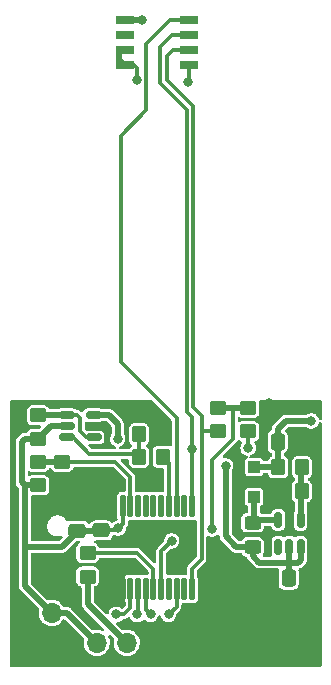
<source format=gbl>
G04 #@! TF.GenerationSoftware,KiCad,Pcbnew,6.0.10*
G04 #@! TF.CreationDate,2023-06-20T13:49:34-05:00*
G04 #@! TF.ProjectId,sensor_sigfox_2,73656e73-6f72-45f7-9369-67666f785f32,rev?*
G04 #@! TF.SameCoordinates,Original*
G04 #@! TF.FileFunction,Copper,L2,Bot*
G04 #@! TF.FilePolarity,Positive*
%FSLAX46Y46*%
G04 Gerber Fmt 4.6, Leading zero omitted, Abs format (unit mm)*
G04 Created by KiCad (PCBNEW 6.0.10) date 2023-06-20 13:49:34*
%MOMM*%
%LPD*%
G01*
G04 APERTURE LIST*
G04 Aperture macros list*
%AMRoundRect*
0 Rectangle with rounded corners*
0 $1 Rounding radius*
0 $2 $3 $4 $5 $6 $7 $8 $9 X,Y pos of 4 corners*
0 Add a 4 corners polygon primitive as box body*
4,1,4,$2,$3,$4,$5,$6,$7,$8,$9,$2,$3,0*
0 Add four circle primitives for the rounded corners*
1,1,$1+$1,$2,$3*
1,1,$1+$1,$4,$5*
1,1,$1+$1,$6,$7*
1,1,$1+$1,$8,$9*
0 Add four rect primitives between the rounded corners*
20,1,$1+$1,$2,$3,$4,$5,0*
20,1,$1+$1,$4,$5,$6,$7,0*
20,1,$1+$1,$6,$7,$8,$9,0*
20,1,$1+$1,$8,$9,$2,$3,0*%
G04 Aperture macros list end*
G04 #@! TA.AperFunction,ComponentPad*
%ADD10R,1.700000X1.700000*%
G04 #@! TD*
G04 #@! TA.AperFunction,ComponentPad*
%ADD11O,1.700000X1.700000*%
G04 #@! TD*
G04 #@! TA.AperFunction,SMDPad,CuDef*
%ADD12R,1.000000X1.000000*%
G04 #@! TD*
G04 #@! TA.AperFunction,SMDPad,CuDef*
%ADD13RoundRect,0.150000X-0.150000X0.512500X-0.150000X-0.512500X0.150000X-0.512500X0.150000X0.512500X0*%
G04 #@! TD*
G04 #@! TA.AperFunction,SMDPad,CuDef*
%ADD14RoundRect,0.250000X-0.450000X0.350000X-0.450000X-0.350000X0.450000X-0.350000X0.450000X0.350000X0*%
G04 #@! TD*
G04 #@! TA.AperFunction,SMDPad,CuDef*
%ADD15RoundRect,0.250000X-0.350000X-0.450000X0.350000X-0.450000X0.350000X0.450000X-0.350000X0.450000X0*%
G04 #@! TD*
G04 #@! TA.AperFunction,SMDPad,CuDef*
%ADD16RoundRect,0.250000X0.350000X0.450000X-0.350000X0.450000X-0.350000X-0.450000X0.350000X-0.450000X0*%
G04 #@! TD*
G04 #@! TA.AperFunction,SMDPad,CuDef*
%ADD17R,1.500000X0.650000*%
G04 #@! TD*
G04 #@! TA.AperFunction,SMDPad,CuDef*
%ADD18RoundRect,0.150000X-0.512500X-0.150000X0.512500X-0.150000X0.512500X0.150000X-0.512500X0.150000X0*%
G04 #@! TD*
G04 #@! TA.AperFunction,SMDPad,CuDef*
%ADD19RoundRect,0.250000X-0.337500X-0.475000X0.337500X-0.475000X0.337500X0.475000X-0.337500X0.475000X0*%
G04 #@! TD*
G04 #@! TA.AperFunction,SMDPad,CuDef*
%ADD20RoundRect,0.250000X-0.475000X0.337500X-0.475000X-0.337500X0.475000X-0.337500X0.475000X0.337500X0*%
G04 #@! TD*
G04 #@! TA.AperFunction,SMDPad,CuDef*
%ADD21RoundRect,0.250000X0.337500X0.475000X-0.337500X0.475000X-0.337500X-0.475000X0.337500X-0.475000X0*%
G04 #@! TD*
G04 #@! TA.AperFunction,SMDPad,CuDef*
%ADD22RoundRect,0.250000X0.450000X-0.350000X0.450000X0.350000X-0.450000X0.350000X-0.450000X-0.350000X0*%
G04 #@! TD*
G04 #@! TA.AperFunction,SMDPad,CuDef*
%ADD23RoundRect,0.125000X-0.125000X0.825000X-0.125000X-0.825000X0.125000X-0.825000X0.125000X0.825000X0*%
G04 #@! TD*
G04 #@! TA.AperFunction,SMDPad,CuDef*
%ADD24RoundRect,0.250000X-0.450000X0.325000X-0.450000X-0.325000X0.450000X-0.325000X0.450000X0.325000X0*%
G04 #@! TD*
G04 #@! TA.AperFunction,ViaPad*
%ADD25C,0.800000*%
G04 #@! TD*
G04 #@! TA.AperFunction,Conductor*
%ADD26C,0.500000*%
G04 #@! TD*
G04 #@! TA.AperFunction,Conductor*
%ADD27C,0.300000*%
G04 #@! TD*
G04 APERTURE END LIST*
D10*
X126746000Y-89662000D03*
D11*
X124206000Y-89662000D03*
X121666000Y-89662000D03*
D10*
X117856000Y-89662000D03*
D11*
X117856000Y-87122000D03*
D12*
X135001000Y-74785000D03*
X135001000Y-77285000D03*
D13*
X137033000Y-79230000D03*
X137983000Y-79230000D03*
X138933000Y-79230000D03*
X138933000Y-81505000D03*
X137983000Y-81505000D03*
X137033000Y-81505000D03*
D14*
X116713000Y-74327000D03*
X116713000Y-76327000D03*
D15*
X125254000Y-72009000D03*
X127254000Y-72009000D03*
D16*
X139049000Y-74785000D03*
X137049000Y-74785000D03*
D17*
X124046000Y-40767000D03*
X124046000Y-39497000D03*
X124046000Y-38227000D03*
X124046000Y-36957000D03*
X129446000Y-36957000D03*
X129446000Y-38227000D03*
X129446000Y-39497000D03*
X129446000Y-40767000D03*
D18*
X119137000Y-72263000D03*
X119137000Y-71313000D03*
X119137000Y-70363000D03*
X121412000Y-70363000D03*
X121412000Y-71313000D03*
X121412000Y-72263000D03*
D19*
X135847000Y-84183000D03*
X137922000Y-84183000D03*
D20*
X122047000Y-78062000D03*
X122047000Y-80137000D03*
D21*
X139065000Y-72626000D03*
X136990000Y-72626000D03*
D14*
X120904000Y-82042000D03*
X120904000Y-84042000D03*
D16*
X127254000Y-73914000D03*
X125254000Y-73914000D03*
D22*
X134493000Y-71755000D03*
X134493000Y-69755000D03*
X118745000Y-76327000D03*
X118745000Y-74327000D03*
X116713000Y-72390000D03*
X116713000Y-70390000D03*
X131953000Y-71755000D03*
X131953000Y-69755000D03*
D23*
X123877000Y-78090000D03*
X124527000Y-78090000D03*
X125177000Y-78090000D03*
X125827000Y-78090000D03*
X126477000Y-78090000D03*
X127127000Y-78090000D03*
X127777000Y-78090000D03*
X128427000Y-78090000D03*
X129077000Y-78090000D03*
X129727000Y-78090000D03*
X129727000Y-85090000D03*
X129077000Y-85090000D03*
X128427000Y-85090000D03*
X127777000Y-85090000D03*
X127127000Y-85090000D03*
X126477000Y-85090000D03*
X125827000Y-85090000D03*
X125177000Y-85090000D03*
X124527000Y-85090000D03*
X123877000Y-85090000D03*
D24*
X134874000Y-79484000D03*
X134874000Y-81534000D03*
D15*
X137033000Y-76817000D03*
X139033000Y-76817000D03*
D20*
X120015000Y-78083500D03*
X120015000Y-80158500D03*
D25*
X125730000Y-81026000D03*
X121412000Y-75184000D03*
X134620000Y-87630000D03*
X137160000Y-87630000D03*
X139700000Y-87630000D03*
X138430000Y-90170000D03*
X135890000Y-90170000D03*
X133350000Y-90170000D03*
X115570000Y-87630000D03*
X115570000Y-90170000D03*
X122428000Y-71374000D03*
X117729000Y-84328000D03*
X135636000Y-73152000D03*
X125476000Y-36957000D03*
X136271000Y-69342000D03*
X119253000Y-84328000D03*
X120142000Y-76327000D03*
X140208000Y-73533000D03*
X123571000Y-69850000D03*
X123507500Y-79946500D03*
X131445000Y-80010000D03*
X129727000Y-73212000D03*
X134493000Y-73152000D03*
X123444000Y-72390000D03*
X132588000Y-74676000D03*
X139827000Y-70866000D03*
X129413000Y-42164000D03*
X125095000Y-42037000D03*
X126238000Y-87249000D03*
X125095000Y-87249000D03*
X123317000Y-87249000D03*
X128016000Y-81026000D03*
X127762000Y-87249000D03*
D26*
X137983000Y-79230000D02*
X137983000Y-78289000D01*
X137983000Y-77767000D02*
X137033000Y-76817000D01*
X137983000Y-78289000D02*
X137983000Y-77767000D01*
X124046000Y-36957000D02*
X125476000Y-36957000D01*
X115316000Y-72644000D02*
X115316000Y-76073000D01*
X115570000Y-80264000D02*
X115570000Y-81534000D01*
X115570000Y-84836000D02*
X117856000Y-87122000D01*
D27*
X131445000Y-74168000D02*
X131445000Y-80010000D01*
X131826000Y-73787000D02*
X131445000Y-74168000D01*
X123507500Y-79946500D02*
X123317000Y-80137000D01*
D26*
X120015000Y-80264000D02*
X118745000Y-81534000D01*
D27*
X133191000Y-69755000D02*
X133191000Y-72422000D01*
X133191000Y-72422000D02*
X131826000Y-73787000D01*
D26*
X115570000Y-81534000D02*
X115570000Y-84836000D01*
X119126000Y-87122000D02*
X117856000Y-87122000D01*
X134493000Y-69755000D02*
X133191000Y-69755000D01*
D27*
X123317000Y-80137000D02*
X122047000Y-80137000D01*
X123877000Y-79577000D02*
X123507500Y-79946500D01*
D26*
X121666000Y-89662000D02*
X119126000Y-87122000D01*
X120015000Y-80158500D02*
X120015000Y-80264000D01*
X116713000Y-76327000D02*
X115570000Y-76327000D01*
X117790000Y-71313000D02*
X116713000Y-72390000D01*
X119137000Y-71313000D02*
X117790000Y-71313000D01*
X120015000Y-80158500D02*
X122025500Y-80158500D01*
X115316000Y-76073000D02*
X115570000Y-76327000D01*
D27*
X123877000Y-78090000D02*
X123877000Y-79577000D01*
D26*
X122025500Y-80158500D02*
X122047000Y-80137000D01*
X118745000Y-81534000D02*
X115570000Y-81534000D01*
X115570000Y-72390000D02*
X115316000Y-72644000D01*
X115570000Y-76327000D02*
X115570000Y-80264000D01*
D27*
X123900000Y-79577000D02*
X123877000Y-79577000D01*
D26*
X133191000Y-69755000D02*
X132461000Y-69755000D01*
X116713000Y-72390000D02*
X115570000Y-72390000D01*
D27*
X130556000Y-82550000D02*
X130556000Y-71882000D01*
X130683000Y-71755000D02*
X131953000Y-71755000D01*
X129727000Y-85090000D02*
X129727000Y-83379000D01*
X127635000Y-42037000D02*
X127635000Y-40005000D01*
X130556000Y-71882000D02*
X130556000Y-70485000D01*
X130556000Y-70485000D02*
X129794000Y-69723000D01*
X128143000Y-39497000D02*
X129446000Y-39497000D01*
X129794000Y-44196000D02*
X127635000Y-42037000D01*
X129794000Y-69723000D02*
X129794000Y-44196000D01*
X129727000Y-83379000D02*
X130556000Y-82550000D01*
X130683000Y-71755000D02*
X130556000Y-71882000D01*
X127635000Y-40005000D02*
X128143000Y-39497000D01*
X127000000Y-42291000D02*
X127000000Y-39243000D01*
X128016000Y-38227000D02*
X129446000Y-38227000D01*
X129727000Y-70545000D02*
X129286000Y-70104000D01*
X129727000Y-78090000D02*
X129727000Y-73212000D01*
X134493000Y-71755000D02*
X134493000Y-73152000D01*
X129286000Y-70104000D02*
X129286000Y-44577000D01*
X127000000Y-39243000D02*
X128016000Y-38227000D01*
X129727000Y-73212000D02*
X129727000Y-70545000D01*
X129286000Y-44577000D02*
X127000000Y-42291000D01*
D26*
X120904000Y-86360000D02*
X124206000Y-89662000D01*
X120904000Y-84042000D02*
X120904000Y-86360000D01*
D27*
X125095000Y-82042000D02*
X120904000Y-82042000D01*
X126477000Y-85090000D02*
X126477000Y-83424000D01*
X126477000Y-83424000D02*
X125095000Y-82042000D01*
D26*
X138933000Y-82673000D02*
X138750000Y-82856000D01*
X138933000Y-81505000D02*
X138933000Y-82673000D01*
X133477000Y-81534000D02*
X132588000Y-80645000D01*
X122687000Y-70363000D02*
X123444000Y-71120000D01*
X132588000Y-80645000D02*
X132588000Y-74676000D01*
X123444000Y-71120000D02*
X123444000Y-72390000D01*
X137983000Y-84122000D02*
X137922000Y-84183000D01*
X137983000Y-82856000D02*
X137983000Y-84122000D01*
X138750000Y-82856000D02*
X137983000Y-82856000D01*
X134874000Y-81534000D02*
X133477000Y-81534000D01*
X135443000Y-82856000D02*
X134874000Y-82287000D01*
X137983000Y-82856000D02*
X135443000Y-82856000D01*
X134874000Y-82287000D02*
X134874000Y-81534000D01*
X121412000Y-70363000D02*
X122687000Y-70363000D01*
X137983000Y-81505000D02*
X137983000Y-82856000D01*
D27*
X129446000Y-40767000D02*
X129667000Y-40767000D01*
D26*
X139827000Y-70866000D02*
X137668000Y-70866000D01*
D27*
X124841000Y-40767000D02*
X125095000Y-41021000D01*
D26*
X137049000Y-74785000D02*
X135001000Y-74785000D01*
D27*
X124046000Y-40767000D02*
X124841000Y-40767000D01*
D26*
X137049000Y-73635000D02*
X137049000Y-72685000D01*
D27*
X125095000Y-41021000D02*
X125095000Y-42037000D01*
D26*
X137049000Y-72685000D02*
X136990000Y-72626000D01*
D27*
X129446000Y-42131000D02*
X129413000Y-42164000D01*
D26*
X137049000Y-74785000D02*
X137049000Y-73635000D01*
X135001000Y-74785000D02*
X135001000Y-74667000D01*
X123698000Y-39497000D02*
X123571000Y-39624000D01*
X124046000Y-39497000D02*
X123698000Y-39497000D01*
X137668000Y-70866000D02*
X136990000Y-71544000D01*
D27*
X129446000Y-40767000D02*
X129446000Y-42131000D01*
D26*
X123571000Y-40292000D02*
X124046000Y-40767000D01*
X123571000Y-39624000D02*
X123571000Y-40292000D01*
X136990000Y-71544000D02*
X136990000Y-72626000D01*
D27*
X127777000Y-74437000D02*
X127254000Y-73914000D01*
X127777000Y-78090000D02*
X127777000Y-74437000D01*
X119137000Y-72263000D02*
X119634000Y-72263000D01*
X125254000Y-72009000D02*
X125254000Y-73914000D01*
X121031000Y-73660000D02*
X125000000Y-73660000D01*
X119634000Y-72263000D02*
X121031000Y-73660000D01*
X125000000Y-73660000D02*
X125254000Y-73914000D01*
X120269000Y-71755000D02*
X120269000Y-70612000D01*
X120269000Y-70612000D02*
X120020000Y-70363000D01*
X121412000Y-72263000D02*
X120777000Y-72263000D01*
X120777000Y-72263000D02*
X120269000Y-71755000D01*
D26*
X116740000Y-70363000D02*
X116713000Y-70390000D01*
X119137000Y-70363000D02*
X116740000Y-70363000D01*
D27*
X120020000Y-70363000D02*
X119137000Y-70363000D01*
D26*
X137033000Y-79230000D02*
X135128000Y-79230000D01*
X135001000Y-79357000D02*
X134874000Y-79484000D01*
X135001000Y-77285000D02*
X135001000Y-79357000D01*
X135128000Y-79230000D02*
X134874000Y-79484000D01*
D27*
X123222000Y-74327000D02*
X118745000Y-74327000D01*
X124527000Y-75632000D02*
X123222000Y-74327000D01*
X124527000Y-78090000D02*
X124527000Y-75632000D01*
D26*
X118745000Y-74327000D02*
X116713000Y-74327000D01*
X138933000Y-74901000D02*
X139049000Y-74785000D01*
X138933000Y-79230000D02*
X138933000Y-74901000D01*
D27*
X125827000Y-85090000D02*
X125827000Y-86838000D01*
X125827000Y-86838000D02*
X126238000Y-87249000D01*
X125177000Y-85090000D02*
X125177000Y-87167000D01*
X125177000Y-87167000D02*
X125095000Y-87249000D01*
X123952000Y-87249000D02*
X123317000Y-87249000D01*
X124527000Y-86674000D02*
X123952000Y-87249000D01*
X124527000Y-85090000D02*
X124527000Y-86674000D01*
X127889000Y-36957000D02*
X129446000Y-36957000D01*
X125857000Y-38989000D02*
X127889000Y-36957000D01*
X128427000Y-78090000D02*
X128427000Y-70642000D01*
X125857000Y-44577000D02*
X125857000Y-38989000D01*
X128427000Y-70642000D02*
X123698000Y-65913000D01*
X123698000Y-46736000D02*
X125857000Y-44577000D01*
X123698000Y-65913000D02*
X123698000Y-46736000D01*
X127127000Y-81915000D02*
X128016000Y-81026000D01*
X127127000Y-85090000D02*
X127127000Y-81915000D01*
X128427000Y-86584000D02*
X127762000Y-87249000D01*
X128427000Y-85090000D02*
X128427000Y-86584000D01*
G04 #@! TA.AperFunction,Conductor*
G36*
X126316881Y-69108002D02*
G01*
X126337855Y-69124905D01*
X127985595Y-70772645D01*
X128019621Y-70834957D01*
X128022500Y-70861740D01*
X128022500Y-72900867D01*
X128002498Y-72968988D01*
X127948842Y-73015481D01*
X127878568Y-73025585D01*
X127849191Y-73015789D01*
X127848764Y-73016929D01*
X127720843Y-72968974D01*
X127720841Y-72968974D01*
X127713448Y-72966202D01*
X127705598Y-72965349D01*
X127705597Y-72965349D01*
X127655153Y-72959869D01*
X127655152Y-72959869D01*
X127651756Y-72959500D01*
X126856244Y-72959500D01*
X126852848Y-72959869D01*
X126852847Y-72959869D01*
X126802403Y-72965349D01*
X126802402Y-72965349D01*
X126794552Y-72966202D01*
X126787159Y-72968974D01*
X126787157Y-72968974D01*
X126748954Y-72983296D01*
X126659236Y-73016929D01*
X126652057Y-73022309D01*
X126652054Y-73022311D01*
X126598661Y-73062327D01*
X126543596Y-73103596D01*
X126538215Y-73110776D01*
X126462311Y-73212054D01*
X126462309Y-73212057D01*
X126456929Y-73219236D01*
X126443073Y-73256197D01*
X126411264Y-73341050D01*
X126406202Y-73354552D01*
X126399500Y-73416244D01*
X126399500Y-74411756D01*
X126406202Y-74473448D01*
X126456929Y-74608764D01*
X126462309Y-74615943D01*
X126462311Y-74615946D01*
X126517667Y-74689807D01*
X126543596Y-74724404D01*
X126550776Y-74729785D01*
X126652054Y-74805689D01*
X126652057Y-74805691D01*
X126659236Y-74811071D01*
X126748954Y-74844704D01*
X126787157Y-74859026D01*
X126787159Y-74859026D01*
X126794552Y-74861798D01*
X126802402Y-74862651D01*
X126802403Y-74862651D01*
X126852847Y-74868131D01*
X126856244Y-74868500D01*
X127246500Y-74868500D01*
X127314621Y-74888502D01*
X127361114Y-74942158D01*
X127372500Y-74994500D01*
X127372500Y-76759500D01*
X127352498Y-76827621D01*
X127298842Y-76874114D01*
X127246500Y-76885500D01*
X126966032Y-76885500D01*
X126934255Y-76890178D01*
X126901130Y-76895054D01*
X126901128Y-76895055D01*
X126891439Y-76896481D01*
X126860398Y-76911721D01*
X126857482Y-76913153D01*
X126787518Y-76925221D01*
X126746621Y-76913251D01*
X126711918Y-76896288D01*
X126702239Y-76894876D01*
X126642495Y-76886160D01*
X126642489Y-76886160D01*
X126637968Y-76885500D01*
X126316032Y-76885500D01*
X126284255Y-76890178D01*
X126251130Y-76895054D01*
X126251128Y-76895055D01*
X126241439Y-76896481D01*
X126210398Y-76911721D01*
X126207482Y-76913153D01*
X126137518Y-76925221D01*
X126096621Y-76913251D01*
X126061918Y-76896288D01*
X126052239Y-76894876D01*
X125992495Y-76886160D01*
X125992489Y-76886160D01*
X125987968Y-76885500D01*
X125666032Y-76885500D01*
X125634255Y-76890178D01*
X125601130Y-76895054D01*
X125601128Y-76895055D01*
X125591439Y-76896481D01*
X125560398Y-76911721D01*
X125557482Y-76913153D01*
X125487518Y-76925221D01*
X125446621Y-76913251D01*
X125411918Y-76896288D01*
X125402239Y-76894876D01*
X125342495Y-76886160D01*
X125342489Y-76886160D01*
X125337968Y-76885500D01*
X125057500Y-76885500D01*
X124989379Y-76865498D01*
X124942886Y-76811842D01*
X124931500Y-76759500D01*
X124931500Y-75567934D01*
X124924605Y-75546713D01*
X124919989Y-75527487D01*
X124918049Y-75515238D01*
X124916498Y-75505445D01*
X124906366Y-75485561D01*
X124898801Y-75467295D01*
X124891905Y-75446071D01*
X124878784Y-75428013D01*
X124868455Y-75411157D01*
X124862826Y-75400109D01*
X124858326Y-75391277D01*
X124767723Y-75300674D01*
X124388668Y-74921618D01*
X124375093Y-74896758D01*
X124360023Y-74891147D01*
X124346390Y-74879341D01*
X123746643Y-74279593D01*
X123712619Y-74217283D01*
X123717684Y-74146467D01*
X123760231Y-74089632D01*
X123826751Y-74064821D01*
X123835740Y-74064500D01*
X124273500Y-74064500D01*
X124341621Y-74084502D01*
X124388114Y-74138158D01*
X124399500Y-74190500D01*
X124399500Y-74411756D01*
X124406202Y-74473448D01*
X124456929Y-74608764D01*
X124462312Y-74615946D01*
X124536302Y-74714672D01*
X124539290Y-74722671D01*
X124553328Y-74731698D01*
X124579753Y-74751502D01*
X124659236Y-74811071D01*
X124748954Y-74844704D01*
X124787157Y-74859026D01*
X124787159Y-74859026D01*
X124794552Y-74861798D01*
X124802402Y-74862651D01*
X124802403Y-74862651D01*
X124852847Y-74868131D01*
X124856244Y-74868500D01*
X125651756Y-74868500D01*
X125655153Y-74868131D01*
X125705597Y-74862651D01*
X125705598Y-74862651D01*
X125713448Y-74861798D01*
X125720841Y-74859026D01*
X125720843Y-74859026D01*
X125759046Y-74844704D01*
X125848764Y-74811071D01*
X125855943Y-74805691D01*
X125855946Y-74805689D01*
X125957224Y-74729785D01*
X125964404Y-74724404D01*
X125990333Y-74689807D01*
X126045689Y-74615946D01*
X126045691Y-74615943D01*
X126051071Y-74608764D01*
X126101798Y-74473448D01*
X126108500Y-74411756D01*
X126108500Y-73416244D01*
X126101798Y-73354552D01*
X126096737Y-73341050D01*
X126064927Y-73256197D01*
X126051071Y-73219236D01*
X126045691Y-73212057D01*
X126045689Y-73212054D01*
X125969785Y-73110776D01*
X125964404Y-73103596D01*
X125909335Y-73062324D01*
X125866822Y-73005467D01*
X125861796Y-72934649D01*
X125895856Y-72872355D01*
X125909326Y-72860682D01*
X125964404Y-72819404D01*
X126003438Y-72767321D01*
X126045689Y-72710946D01*
X126045691Y-72710943D01*
X126051071Y-72703764D01*
X126090013Y-72599886D01*
X126099026Y-72575843D01*
X126099026Y-72575841D01*
X126101798Y-72568448D01*
X126107622Y-72514843D01*
X126108131Y-72510153D01*
X126108131Y-72510152D01*
X126108500Y-72506756D01*
X126108500Y-71511244D01*
X126106345Y-71491404D01*
X126102651Y-71457403D01*
X126102651Y-71457402D01*
X126101798Y-71449552D01*
X126051071Y-71314236D01*
X126045691Y-71307057D01*
X126045689Y-71307054D01*
X125969785Y-71205776D01*
X125964404Y-71198596D01*
X125914747Y-71161380D01*
X125855946Y-71117311D01*
X125855943Y-71117309D01*
X125848764Y-71111929D01*
X125733012Y-71068536D01*
X125720843Y-71063974D01*
X125720841Y-71063974D01*
X125713448Y-71061202D01*
X125705598Y-71060349D01*
X125705597Y-71060349D01*
X125655153Y-71054869D01*
X125655152Y-71054869D01*
X125651756Y-71054500D01*
X124856244Y-71054500D01*
X124852848Y-71054869D01*
X124852847Y-71054869D01*
X124802403Y-71060349D01*
X124802402Y-71060349D01*
X124794552Y-71061202D01*
X124787159Y-71063974D01*
X124787157Y-71063974D01*
X124774988Y-71068536D01*
X124659236Y-71111929D01*
X124652057Y-71117309D01*
X124652054Y-71117311D01*
X124593253Y-71161380D01*
X124543596Y-71198596D01*
X124538215Y-71205776D01*
X124462311Y-71307054D01*
X124462309Y-71307057D01*
X124456929Y-71314236D01*
X124406202Y-71449552D01*
X124405349Y-71457402D01*
X124405349Y-71457403D01*
X124401655Y-71491404D01*
X124399500Y-71511244D01*
X124399500Y-72506756D01*
X124399869Y-72510152D01*
X124399869Y-72510153D01*
X124400379Y-72514843D01*
X124406202Y-72568448D01*
X124408974Y-72575841D01*
X124408974Y-72575843D01*
X124417987Y-72599886D01*
X124456929Y-72703764D01*
X124462309Y-72710943D01*
X124462311Y-72710946D01*
X124504562Y-72767321D01*
X124543596Y-72819404D01*
X124598665Y-72860676D01*
X124641178Y-72917533D01*
X124646204Y-72988351D01*
X124612144Y-73050645D01*
X124598674Y-73062318D01*
X124543596Y-73103596D01*
X124467548Y-73205068D01*
X124410691Y-73247580D01*
X124366724Y-73255500D01*
X123705597Y-73255500D01*
X123637476Y-73235498D01*
X123590983Y-73181842D01*
X123580879Y-73111568D01*
X123610373Y-73046988D01*
X123662059Y-73011537D01*
X123667332Y-73010329D01*
X123696675Y-72995571D01*
X123802072Y-72942563D01*
X123802075Y-72942561D01*
X123808855Y-72939151D01*
X123814626Y-72934222D01*
X123814629Y-72934220D01*
X123923536Y-72841204D01*
X123923536Y-72841203D01*
X123929314Y-72836269D01*
X124021755Y-72707624D01*
X124080842Y-72560641D01*
X124093630Y-72470785D01*
X124102581Y-72407891D01*
X124102581Y-72407888D01*
X124103162Y-72403807D01*
X124103307Y-72390000D01*
X124084276Y-72232733D01*
X124028280Y-72084546D01*
X123970660Y-72000708D01*
X123948500Y-71929341D01*
X123948500Y-71190630D01*
X123949842Y-71178622D01*
X123949346Y-71178582D01*
X123950066Y-71169631D01*
X123952047Y-71160877D01*
X123948742Y-71107607D01*
X123948500Y-71099805D01*
X123948500Y-71083774D01*
X123947035Y-71073541D01*
X123946004Y-71063481D01*
X123944833Y-71044596D01*
X123943098Y-71016642D01*
X123940050Y-71008199D01*
X123939371Y-71004920D01*
X123935416Y-70989055D01*
X123934473Y-70985831D01*
X123933201Y-70976948D01*
X123929487Y-70968779D01*
X123929485Y-70968773D01*
X123913775Y-70934221D01*
X123909961Y-70924852D01*
X123907307Y-70917500D01*
X123894028Y-70880716D01*
X123888731Y-70873466D01*
X123887154Y-70870499D01*
X123878907Y-70856386D01*
X123877102Y-70853563D01*
X123873388Y-70845395D01*
X123842753Y-70809842D01*
X123836475Y-70801936D01*
X123828527Y-70791056D01*
X123817665Y-70780194D01*
X123811307Y-70773347D01*
X123784915Y-70742718D01*
X123779056Y-70735918D01*
X123771521Y-70731034D01*
X123764949Y-70725301D01*
X123753545Y-70716074D01*
X123093677Y-70056206D01*
X123086135Y-70046766D01*
X123085755Y-70047089D01*
X123079937Y-70040253D01*
X123075147Y-70032661D01*
X123035140Y-69997328D01*
X123029454Y-69991983D01*
X123018120Y-69980649D01*
X123009845Y-69974447D01*
X123002000Y-69968060D01*
X122998983Y-69965395D01*
X122966830Y-69936999D01*
X122958708Y-69933186D01*
X122955907Y-69931346D01*
X122941912Y-69922937D01*
X122938949Y-69921315D01*
X122931764Y-69915930D01*
X122923354Y-69912777D01*
X122923352Y-69912776D01*
X122887818Y-69899454D01*
X122878502Y-69895529D01*
X122836018Y-69875583D01*
X122827144Y-69874201D01*
X122823917Y-69873215D01*
X122808134Y-69869075D01*
X122804856Y-69868354D01*
X122796448Y-69865202D01*
X122782691Y-69864180D01*
X122749643Y-69861724D01*
X122739596Y-69860570D01*
X122731114Y-69859249D01*
X122731111Y-69859249D01*
X122726303Y-69858500D01*
X122710938Y-69858500D01*
X122701601Y-69858154D01*
X122685519Y-69856959D01*
X122652333Y-69854493D01*
X122643558Y-69856366D01*
X122634862Y-69856959D01*
X122620262Y-69858500D01*
X122149993Y-69858500D01*
X122092790Y-69844767D01*
X122059889Y-69828003D01*
X122059888Y-69828003D01*
X122051055Y-69823502D01*
X121956334Y-69808500D01*
X120867666Y-69808500D01*
X120772945Y-69823502D01*
X120658777Y-69881674D01*
X120568174Y-69972277D01*
X120526299Y-70054462D01*
X120523081Y-70060777D01*
X120474333Y-70112392D01*
X120405418Y-70129458D01*
X120338216Y-70106557D01*
X120321719Y-70092669D01*
X120283515Y-70054465D01*
X120283511Y-70054462D01*
X120260723Y-70031674D01*
X120240844Y-70021545D01*
X120223989Y-70011216D01*
X120213953Y-70003925D01*
X120205929Y-69998095D01*
X120184704Y-69991199D01*
X120166438Y-69983633D01*
X120146555Y-69973502D01*
X120124513Y-69970011D01*
X120105287Y-69965395D01*
X120093500Y-69961565D01*
X120093498Y-69961565D01*
X120084066Y-69958500D01*
X120019239Y-69958500D01*
X119951118Y-69938498D01*
X119930144Y-69921595D01*
X119890223Y-69881674D01*
X119776055Y-69823502D01*
X119681334Y-69808500D01*
X118592666Y-69808500D01*
X118497945Y-69823502D01*
X118489112Y-69828003D01*
X118489111Y-69828003D01*
X118456210Y-69844767D01*
X118399007Y-69858500D01*
X117717920Y-69858500D01*
X117649799Y-69838498D01*
X117610470Y-69796302D01*
X117610071Y-69795236D01*
X117523404Y-69679596D01*
X117502977Y-69664287D01*
X117414946Y-69598311D01*
X117414943Y-69598309D01*
X117407764Y-69592929D01*
X117318046Y-69559296D01*
X117279843Y-69544974D01*
X117279841Y-69544974D01*
X117272448Y-69542202D01*
X117264598Y-69541349D01*
X117264597Y-69541349D01*
X117214153Y-69535869D01*
X117214152Y-69535869D01*
X117210756Y-69535500D01*
X116215244Y-69535500D01*
X116211848Y-69535869D01*
X116211847Y-69535869D01*
X116161403Y-69541349D01*
X116161402Y-69541349D01*
X116153552Y-69542202D01*
X116146159Y-69544974D01*
X116146157Y-69544974D01*
X116107954Y-69559296D01*
X116018236Y-69592929D01*
X116011057Y-69598309D01*
X116011054Y-69598311D01*
X115923023Y-69664287D01*
X115902596Y-69679596D01*
X115897215Y-69686776D01*
X115821311Y-69788054D01*
X115821309Y-69788057D01*
X115815929Y-69795236D01*
X115792213Y-69858500D01*
X115768057Y-69922937D01*
X115765202Y-69930552D01*
X115764349Y-69938402D01*
X115764349Y-69938403D01*
X115760047Y-69978003D01*
X115758500Y-69992244D01*
X115758500Y-70787756D01*
X115758869Y-70791152D01*
X115758869Y-70791153D01*
X115760775Y-70808693D01*
X115765202Y-70849448D01*
X115767974Y-70856841D01*
X115767974Y-70856843D01*
X115776583Y-70879807D01*
X115815929Y-70984764D01*
X115821309Y-70991943D01*
X115821311Y-70991946D01*
X115873216Y-71061202D01*
X115902596Y-71100404D01*
X115909776Y-71105785D01*
X116011054Y-71181689D01*
X116011057Y-71181691D01*
X116018236Y-71187071D01*
X116107954Y-71220704D01*
X116146157Y-71235026D01*
X116146159Y-71235026D01*
X116153552Y-71237798D01*
X116161402Y-71238651D01*
X116161403Y-71238651D01*
X116211847Y-71244131D01*
X116215244Y-71244500D01*
X116840839Y-71244500D01*
X116908960Y-71264502D01*
X116955453Y-71318158D01*
X116965557Y-71388432D01*
X116936063Y-71453012D01*
X116929934Y-71459595D01*
X116890934Y-71498595D01*
X116828622Y-71532621D01*
X116801839Y-71535500D01*
X116215244Y-71535500D01*
X116211848Y-71535869D01*
X116211847Y-71535869D01*
X116161403Y-71541349D01*
X116161402Y-71541349D01*
X116153552Y-71542202D01*
X116146159Y-71544974D01*
X116146157Y-71544974D01*
X116107954Y-71559296D01*
X116018236Y-71592929D01*
X116011057Y-71598309D01*
X116011054Y-71598311D01*
X115941887Y-71650149D01*
X115902596Y-71679596D01*
X115887367Y-71699916D01*
X115821311Y-71788054D01*
X115821309Y-71788057D01*
X115815929Y-71795236D01*
X115812779Y-71803638D01*
X115812777Y-71803642D01*
X115812744Y-71803731D01*
X115812687Y-71803806D01*
X115808467Y-71811515D01*
X115807354Y-71810906D01*
X115770102Y-71860495D01*
X115703540Y-71885194D01*
X115694763Y-71885500D01*
X115640624Y-71885500D01*
X115628619Y-71884159D01*
X115628579Y-71884655D01*
X115619632Y-71883935D01*
X115610876Y-71881954D01*
X115567338Y-71884655D01*
X115557618Y-71885258D01*
X115549816Y-71885500D01*
X115533774Y-71885500D01*
X115529343Y-71886135D01*
X115529338Y-71886135D01*
X115525313Y-71886712D01*
X115523543Y-71886965D01*
X115513486Y-71887996D01*
X115491024Y-71889389D01*
X115475600Y-71890346D01*
X115475598Y-71890346D01*
X115466641Y-71890902D01*
X115458201Y-71893949D01*
X115454911Y-71894630D01*
X115439062Y-71898582D01*
X115435832Y-71899527D01*
X115426948Y-71900799D01*
X115414990Y-71906236D01*
X115384222Y-71920225D01*
X115374860Y-71924036D01*
X115339158Y-71936925D01*
X115339157Y-71936926D01*
X115330716Y-71939973D01*
X115323467Y-71945269D01*
X115320486Y-71946854D01*
X115306408Y-71955080D01*
X115303569Y-71956896D01*
X115295395Y-71960612D01*
X115285051Y-71969525D01*
X115259848Y-71991242D01*
X115251930Y-71997530D01*
X115241056Y-72005473D01*
X115230194Y-72016335D01*
X115223348Y-72022693D01*
X115185918Y-72054944D01*
X115181034Y-72062479D01*
X115175301Y-72069051D01*
X115166074Y-72080455D01*
X115009206Y-72237323D01*
X114999766Y-72244865D01*
X115000089Y-72245245D01*
X114993253Y-72251063D01*
X114985661Y-72255853D01*
X114979719Y-72262581D01*
X114950329Y-72295859D01*
X114944983Y-72301546D01*
X114933649Y-72312880D01*
X114930964Y-72316463D01*
X114930962Y-72316465D01*
X114927447Y-72321155D01*
X114921062Y-72328998D01*
X114889999Y-72364170D01*
X114886186Y-72372292D01*
X114884346Y-72375093D01*
X114875937Y-72389088D01*
X114874315Y-72392051D01*
X114868930Y-72399236D01*
X114865777Y-72407646D01*
X114865776Y-72407648D01*
X114852454Y-72443182D01*
X114848530Y-72452495D01*
X114828583Y-72494982D01*
X114827201Y-72503856D01*
X114826215Y-72507083D01*
X114822075Y-72522866D01*
X114821354Y-72526144D01*
X114818202Y-72534552D01*
X114817537Y-72543503D01*
X114814724Y-72581357D01*
X114813570Y-72591404D01*
X114811500Y-72604697D01*
X114811500Y-72620062D01*
X114811154Y-72629399D01*
X114810812Y-72634006D01*
X114807493Y-72678667D01*
X114809366Y-72687442D01*
X114809959Y-72696138D01*
X114811500Y-72710738D01*
X114811500Y-76002376D01*
X114810159Y-76014381D01*
X114810655Y-76014421D01*
X114809935Y-76023368D01*
X114807954Y-76032124D01*
X114808510Y-76041084D01*
X114811258Y-76085382D01*
X114811500Y-76093184D01*
X114811500Y-76109226D01*
X114812135Y-76113657D01*
X114812135Y-76113662D01*
X114812965Y-76119453D01*
X114813996Y-76129514D01*
X114816902Y-76176359D01*
X114819949Y-76184799D01*
X114820630Y-76188089D01*
X114824582Y-76203938D01*
X114825527Y-76207168D01*
X114826799Y-76216052D01*
X114830514Y-76224223D01*
X114846218Y-76258763D01*
X114850030Y-76268128D01*
X114862922Y-76303837D01*
X114862924Y-76303840D01*
X114865972Y-76312284D01*
X114871268Y-76319533D01*
X114872840Y-76322490D01*
X114881093Y-76336614D01*
X114882898Y-76339437D01*
X114886612Y-76347605D01*
X114892469Y-76354402D01*
X114892470Y-76354404D01*
X114917243Y-76383153D01*
X114923525Y-76391064D01*
X114931473Y-76401944D01*
X114942335Y-76412806D01*
X114948693Y-76419652D01*
X114980944Y-76457082D01*
X114988479Y-76461966D01*
X114995051Y-76467699D01*
X115006455Y-76476926D01*
X115028595Y-76499066D01*
X115062621Y-76561378D01*
X115065500Y-76588161D01*
X115065500Y-81525398D01*
X115065498Y-81526166D01*
X115065028Y-81603173D01*
X115065410Y-81604508D01*
X115065500Y-81605836D01*
X115065500Y-84765376D01*
X115064159Y-84777381D01*
X115064655Y-84777421D01*
X115063935Y-84786368D01*
X115061954Y-84795124D01*
X115064680Y-84839071D01*
X115065258Y-84848382D01*
X115065500Y-84856184D01*
X115065500Y-84872226D01*
X115066135Y-84876657D01*
X115066135Y-84876662D01*
X115066965Y-84882453D01*
X115067996Y-84892514D01*
X115070902Y-84939359D01*
X115073949Y-84947799D01*
X115074630Y-84951089D01*
X115078582Y-84966938D01*
X115079527Y-84970168D01*
X115080799Y-84979052D01*
X115084514Y-84987223D01*
X115100218Y-85021763D01*
X115104030Y-85031128D01*
X115116922Y-85066837D01*
X115116924Y-85066840D01*
X115119972Y-85075284D01*
X115125268Y-85082533D01*
X115126840Y-85085490D01*
X115135093Y-85099614D01*
X115136898Y-85102437D01*
X115140612Y-85110605D01*
X115146469Y-85117402D01*
X115146470Y-85117404D01*
X115171243Y-85146153D01*
X115177525Y-85154064D01*
X115185473Y-85164944D01*
X115196335Y-85175806D01*
X115202693Y-85182652D01*
X115234944Y-85220082D01*
X115242479Y-85224966D01*
X115249051Y-85230699D01*
X115260455Y-85239926D01*
X116750592Y-86730063D01*
X116784618Y-86792375D01*
X116781830Y-86856522D01*
X116771007Y-86891378D01*
X116747148Y-87092964D01*
X116760424Y-87295522D01*
X116761845Y-87301118D01*
X116761846Y-87301123D01*
X116793738Y-87426695D01*
X116810392Y-87492269D01*
X116812809Y-87497512D01*
X116840476Y-87557527D01*
X116895377Y-87676616D01*
X116911856Y-87699933D01*
X116972978Y-87786419D01*
X117012533Y-87842389D01*
X117016675Y-87846424D01*
X117071959Y-87900279D01*
X117157938Y-87984035D01*
X117326720Y-88096812D01*
X117332023Y-88099090D01*
X117332026Y-88099092D01*
X117420707Y-88137192D01*
X117513228Y-88176942D01*
X117586244Y-88193464D01*
X117705579Y-88220467D01*
X117705584Y-88220468D01*
X117711216Y-88221742D01*
X117716987Y-88221969D01*
X117716989Y-88221969D01*
X117776756Y-88224317D01*
X117914053Y-88229712D01*
X118014499Y-88215148D01*
X118109231Y-88201413D01*
X118109236Y-88201412D01*
X118114945Y-88200584D01*
X118120409Y-88198729D01*
X118120414Y-88198728D01*
X118301693Y-88137192D01*
X118301698Y-88137190D01*
X118307165Y-88135334D01*
X118356947Y-88107455D01*
X118468212Y-88045143D01*
X118484276Y-88036147D01*
X118546934Y-87984035D01*
X118635913Y-87910031D01*
X118640345Y-87906345D01*
X118770147Y-87750276D01*
X118785979Y-87722006D01*
X118836713Y-87672346D01*
X118906245Y-87657997D01*
X118972496Y-87683518D01*
X118985007Y-87694478D01*
X120560592Y-89270063D01*
X120594618Y-89332375D01*
X120591830Y-89396522D01*
X120581007Y-89431378D01*
X120557148Y-89632964D01*
X120570424Y-89835522D01*
X120571845Y-89841118D01*
X120571846Y-89841123D01*
X120592119Y-89920945D01*
X120620392Y-90032269D01*
X120622809Y-90037512D01*
X120660010Y-90118208D01*
X120705377Y-90216616D01*
X120822533Y-90382389D01*
X120967938Y-90524035D01*
X121136720Y-90636812D01*
X121142023Y-90639090D01*
X121142026Y-90639092D01*
X121230707Y-90677192D01*
X121323228Y-90716942D01*
X121396244Y-90733464D01*
X121515579Y-90760467D01*
X121515584Y-90760468D01*
X121521216Y-90761742D01*
X121526987Y-90761969D01*
X121526989Y-90761969D01*
X121586756Y-90764317D01*
X121724053Y-90769712D01*
X121824499Y-90755148D01*
X121919231Y-90741413D01*
X121919236Y-90741412D01*
X121924945Y-90740584D01*
X121930409Y-90738729D01*
X121930414Y-90738728D01*
X122111693Y-90677192D01*
X122111698Y-90677190D01*
X122117165Y-90675334D01*
X122294276Y-90576147D01*
X122356934Y-90524035D01*
X122445913Y-90450031D01*
X122450345Y-90446345D01*
X122580147Y-90290276D01*
X122679334Y-90113165D01*
X122681190Y-90107698D01*
X122681192Y-90107693D01*
X122742728Y-89926414D01*
X122742729Y-89926409D01*
X122744584Y-89920945D01*
X122745412Y-89915236D01*
X122745413Y-89915231D01*
X122773179Y-89723727D01*
X122773712Y-89720053D01*
X122775232Y-89662000D01*
X122756658Y-89459859D01*
X122755090Y-89454299D01*
X122703125Y-89270046D01*
X122703124Y-89270044D01*
X122701557Y-89264487D01*
X122656281Y-89172676D01*
X122644091Y-89102734D01*
X122671650Y-89037304D01*
X122730208Y-88997161D01*
X122801174Y-88995050D01*
X122858382Y-89027853D01*
X123100592Y-89270063D01*
X123134618Y-89332375D01*
X123131830Y-89396522D01*
X123121007Y-89431378D01*
X123097148Y-89632964D01*
X123110424Y-89835522D01*
X123111845Y-89841118D01*
X123111846Y-89841123D01*
X123132119Y-89920945D01*
X123160392Y-90032269D01*
X123162809Y-90037512D01*
X123200010Y-90118208D01*
X123245377Y-90216616D01*
X123362533Y-90382389D01*
X123507938Y-90524035D01*
X123676720Y-90636812D01*
X123682023Y-90639090D01*
X123682026Y-90639092D01*
X123770707Y-90677192D01*
X123863228Y-90716942D01*
X123936244Y-90733464D01*
X124055579Y-90760467D01*
X124055584Y-90760468D01*
X124061216Y-90761742D01*
X124066987Y-90761969D01*
X124066989Y-90761969D01*
X124126756Y-90764317D01*
X124264053Y-90769712D01*
X124364499Y-90755148D01*
X124459231Y-90741413D01*
X124459236Y-90741412D01*
X124464945Y-90740584D01*
X124470409Y-90738729D01*
X124470414Y-90738728D01*
X124651693Y-90677192D01*
X124651698Y-90677190D01*
X124657165Y-90675334D01*
X124834276Y-90576147D01*
X124896934Y-90524035D01*
X124985913Y-90450031D01*
X124990345Y-90446345D01*
X125120147Y-90290276D01*
X125219334Y-90113165D01*
X125221190Y-90107698D01*
X125221192Y-90107693D01*
X125282728Y-89926414D01*
X125282729Y-89926409D01*
X125284584Y-89920945D01*
X125285412Y-89915236D01*
X125285413Y-89915231D01*
X125313179Y-89723727D01*
X125313712Y-89720053D01*
X125315232Y-89662000D01*
X125296658Y-89459859D01*
X125295090Y-89454299D01*
X125243125Y-89270046D01*
X125243124Y-89270044D01*
X125241557Y-89264487D01*
X125151776Y-89082428D01*
X125030320Y-88919779D01*
X124881258Y-88781987D01*
X124876375Y-88778906D01*
X124876371Y-88778903D01*
X124714464Y-88676748D01*
X124709581Y-88673667D01*
X124521039Y-88598446D01*
X124515379Y-88597320D01*
X124515375Y-88597319D01*
X124327613Y-88559971D01*
X124327610Y-88559971D01*
X124321946Y-88558844D01*
X124316171Y-88558768D01*
X124316167Y-88558768D01*
X124214793Y-88557441D01*
X124118971Y-88556187D01*
X124113274Y-88557166D01*
X124113273Y-88557166D01*
X123922727Y-88589908D01*
X123852203Y-88581731D01*
X123812294Y-88554823D01*
X123364926Y-88107455D01*
X123330900Y-88045143D01*
X123335965Y-87974328D01*
X123378512Y-87917492D01*
X123425891Y-87895540D01*
X123532929Y-87871025D01*
X123532933Y-87871024D01*
X123540332Y-87869329D01*
X123610742Y-87833917D01*
X123675072Y-87801563D01*
X123675075Y-87801561D01*
X123681855Y-87798151D01*
X123687626Y-87793222D01*
X123687629Y-87793220D01*
X123796537Y-87700203D01*
X123802314Y-87695269D01*
X123803855Y-87693125D01*
X123862875Y-87657610D01*
X123894793Y-87653500D01*
X124016066Y-87653500D01*
X124025498Y-87650435D01*
X124025500Y-87650435D01*
X124037287Y-87646605D01*
X124056513Y-87641989D01*
X124068762Y-87640049D01*
X124078555Y-87638498D01*
X124098439Y-87628366D01*
X124116705Y-87620801D01*
X124128496Y-87616970D01*
X124137929Y-87613905D01*
X124155989Y-87600784D01*
X124172846Y-87590454D01*
X124192723Y-87580326D01*
X124215511Y-87557538D01*
X124215515Y-87557535D01*
X124292200Y-87480850D01*
X124354512Y-87446824D01*
X124425327Y-87451889D01*
X124482163Y-87494436D01*
X124499621Y-87526644D01*
X124507553Y-87548319D01*
X124511789Y-87554622D01*
X124511789Y-87554623D01*
X124590241Y-87671371D01*
X124595908Y-87679805D01*
X124601527Y-87684918D01*
X124601528Y-87684919D01*
X124618325Y-87700203D01*
X124713076Y-87786419D01*
X124852293Y-87862008D01*
X125005522Y-87902207D01*
X125089477Y-87903526D01*
X125156319Y-87904576D01*
X125156322Y-87904576D01*
X125163916Y-87904695D01*
X125318332Y-87869329D01*
X125388742Y-87833917D01*
X125453072Y-87801563D01*
X125453075Y-87801561D01*
X125459855Y-87798151D01*
X125465626Y-87793222D01*
X125465629Y-87793220D01*
X125574536Y-87700204D01*
X125574536Y-87700203D01*
X125580314Y-87695269D01*
X125581068Y-87696152D01*
X125635617Y-87663327D01*
X125706583Y-87665420D01*
X125752335Y-87692023D01*
X125810815Y-87745235D01*
X125856076Y-87786419D01*
X125995293Y-87862008D01*
X126148522Y-87902207D01*
X126232477Y-87903526D01*
X126299319Y-87904576D01*
X126299322Y-87904576D01*
X126306916Y-87904695D01*
X126461332Y-87869329D01*
X126531742Y-87833917D01*
X126596072Y-87801563D01*
X126596075Y-87801561D01*
X126602855Y-87798151D01*
X126608626Y-87793222D01*
X126608629Y-87793220D01*
X126717536Y-87700204D01*
X126717536Y-87700203D01*
X126723314Y-87695269D01*
X126815755Y-87566624D01*
X126874842Y-87419641D01*
X126875913Y-87412114D01*
X126877878Y-87404782D01*
X126880516Y-87405489D01*
X126904592Y-87352572D01*
X126964263Y-87314103D01*
X127035260Y-87314003D01*
X127095040Y-87352302D01*
X127119356Y-87399830D01*
X127120113Y-87399553D01*
X127122027Y-87404782D01*
X127122723Y-87406685D01*
X127137412Y-87446824D01*
X127174553Y-87548319D01*
X127178789Y-87554622D01*
X127178789Y-87554623D01*
X127257241Y-87671371D01*
X127262908Y-87679805D01*
X127268527Y-87684918D01*
X127268528Y-87684919D01*
X127285325Y-87700203D01*
X127380076Y-87786419D01*
X127519293Y-87862008D01*
X127672522Y-87902207D01*
X127756477Y-87903526D01*
X127823319Y-87904576D01*
X127823322Y-87904576D01*
X127830916Y-87904695D01*
X127985332Y-87869329D01*
X128055742Y-87833917D01*
X128120072Y-87801563D01*
X128120075Y-87801561D01*
X128126855Y-87798151D01*
X128132626Y-87793222D01*
X128132629Y-87793220D01*
X128241536Y-87700204D01*
X128241536Y-87700203D01*
X128247314Y-87695269D01*
X128339755Y-87566624D01*
X128398842Y-87419641D01*
X128421162Y-87262807D01*
X128421307Y-87249000D01*
X128420812Y-87244906D01*
X128420811Y-87244895D01*
X128419255Y-87232035D01*
X128430928Y-87162005D01*
X128455247Y-87127803D01*
X128735535Y-86847515D01*
X128735538Y-86847511D01*
X128758326Y-86824723D01*
X128768455Y-86804844D01*
X128778784Y-86787989D01*
X128786075Y-86777953D01*
X128791905Y-86769929D01*
X128798801Y-86748704D01*
X128806367Y-86730438D01*
X128811997Y-86719388D01*
X128816498Y-86710555D01*
X128819989Y-86688513D01*
X128824605Y-86669287D01*
X128828435Y-86657500D01*
X128828435Y-86657498D01*
X128831500Y-86648066D01*
X128831500Y-86420500D01*
X128851502Y-86352379D01*
X128905158Y-86305886D01*
X128957500Y-86294500D01*
X129237968Y-86294500D01*
X129272775Y-86289376D01*
X129302870Y-86284946D01*
X129302872Y-86284945D01*
X129312561Y-86283519D01*
X129346518Y-86266847D01*
X129416482Y-86254779D01*
X129457379Y-86266749D01*
X129492082Y-86283712D01*
X129501761Y-86285124D01*
X129561505Y-86293840D01*
X129561511Y-86293840D01*
X129566032Y-86294500D01*
X129887968Y-86294500D01*
X129922775Y-86289376D01*
X129952870Y-86284946D01*
X129952872Y-86284945D01*
X129962561Y-86283519D01*
X130047152Y-86241987D01*
X130066622Y-86232428D01*
X130066624Y-86232427D01*
X130075970Y-86227838D01*
X130165229Y-86138424D01*
X130220712Y-86024918D01*
X130222185Y-86014823D01*
X130230840Y-85955495D01*
X130230840Y-85955489D01*
X130231500Y-85950968D01*
X130231500Y-84229032D01*
X130220519Y-84154439D01*
X130164838Y-84041030D01*
X130157468Y-84033673D01*
X130155049Y-84030294D01*
X130131500Y-83956947D01*
X130131500Y-83598740D01*
X130151502Y-83530619D01*
X130168405Y-83509645D01*
X130864535Y-82813515D01*
X130864538Y-82813511D01*
X130887326Y-82790723D01*
X130897455Y-82770844D01*
X130907784Y-82753989D01*
X130915075Y-82743953D01*
X130920905Y-82735929D01*
X130927801Y-82714704D01*
X130935367Y-82696438D01*
X130937497Y-82692257D01*
X130945498Y-82676555D01*
X130948989Y-82654513D01*
X130953605Y-82635287D01*
X130957435Y-82623500D01*
X130957435Y-82623498D01*
X130960500Y-82614066D01*
X130960500Y-80703512D01*
X130980502Y-80635391D01*
X131034158Y-80588898D01*
X131104432Y-80578794D01*
X131146622Y-80592781D01*
X131202293Y-80623008D01*
X131355522Y-80663207D01*
X131439477Y-80664526D01*
X131506319Y-80665576D01*
X131506322Y-80665576D01*
X131513916Y-80665695D01*
X131668332Y-80630329D01*
X131758782Y-80584838D01*
X131803072Y-80562563D01*
X131803075Y-80562561D01*
X131809855Y-80559151D01*
X131873261Y-80504997D01*
X131938048Y-80475967D01*
X132008248Y-80486572D01*
X132061571Y-80533446D01*
X132080760Y-80600563D01*
X132079954Y-80604124D01*
X132080510Y-80613086D01*
X132083258Y-80657382D01*
X132083500Y-80665184D01*
X132083500Y-80681226D01*
X132084135Y-80685657D01*
X132084135Y-80685662D01*
X132084965Y-80691453D01*
X132085996Y-80701514D01*
X132088902Y-80748359D01*
X132091949Y-80756799D01*
X132092630Y-80760089D01*
X132096582Y-80775938D01*
X132097527Y-80779168D01*
X132098799Y-80788052D01*
X132102514Y-80796223D01*
X132118218Y-80830763D01*
X132122030Y-80840128D01*
X132134922Y-80875837D01*
X132134924Y-80875840D01*
X132137972Y-80884284D01*
X132143268Y-80891533D01*
X132144840Y-80894490D01*
X132153093Y-80908614D01*
X132154898Y-80911437D01*
X132158612Y-80919605D01*
X132164469Y-80926402D01*
X132164470Y-80926404D01*
X132189243Y-80955153D01*
X132195525Y-80963064D01*
X132203473Y-80973944D01*
X132214335Y-80984806D01*
X132220693Y-80991652D01*
X132252944Y-81029082D01*
X132260479Y-81033966D01*
X132267051Y-81039699D01*
X132278455Y-81048926D01*
X133070323Y-81840794D01*
X133077865Y-81850234D01*
X133078245Y-81849911D01*
X133084063Y-81856747D01*
X133088853Y-81864339D01*
X133095581Y-81870281D01*
X133128859Y-81899671D01*
X133134546Y-81905017D01*
X133145880Y-81916351D01*
X133149463Y-81919036D01*
X133149465Y-81919038D01*
X133154155Y-81922553D01*
X133161998Y-81928938D01*
X133197170Y-81960001D01*
X133205292Y-81963814D01*
X133208093Y-81965654D01*
X133222088Y-81974063D01*
X133225051Y-81975685D01*
X133232236Y-81981070D01*
X133240646Y-81984223D01*
X133240648Y-81984224D01*
X133276182Y-81997546D01*
X133285495Y-82001470D01*
X133327982Y-82021417D01*
X133336856Y-82022799D01*
X133340083Y-82023785D01*
X133355866Y-82027925D01*
X133359144Y-82028646D01*
X133367552Y-82031798D01*
X133381309Y-82032820D01*
X133414357Y-82035276D01*
X133424404Y-82036430D01*
X133432886Y-82037751D01*
X133432889Y-82037751D01*
X133437697Y-82038500D01*
X133453062Y-82038500D01*
X133462400Y-82038846D01*
X133511667Y-82042507D01*
X133520442Y-82040634D01*
X133529138Y-82040041D01*
X133543738Y-82038500D01*
X133867984Y-82038500D01*
X133936105Y-82058502D01*
X133976012Y-82101317D01*
X133976929Y-82103764D01*
X134063596Y-82219404D01*
X134070776Y-82224785D01*
X134172054Y-82300689D01*
X134172057Y-82300691D01*
X134179236Y-82306071D01*
X134311862Y-82355789D01*
X134368626Y-82398430D01*
X134384474Y-82430200D01*
X134384799Y-82430052D01*
X134404218Y-82472763D01*
X134408030Y-82482128D01*
X134420922Y-82517837D01*
X134420924Y-82517840D01*
X134423972Y-82526284D01*
X134429268Y-82533533D01*
X134430840Y-82536490D01*
X134439093Y-82550614D01*
X134440898Y-82553437D01*
X134444612Y-82561605D01*
X134450469Y-82568402D01*
X134450470Y-82568404D01*
X134475243Y-82597153D01*
X134481525Y-82605064D01*
X134489473Y-82615944D01*
X134500334Y-82626805D01*
X134506692Y-82633652D01*
X134533083Y-82664281D01*
X134533086Y-82664284D01*
X134538944Y-82671082D01*
X134546480Y-82675966D01*
X134553056Y-82681702D01*
X134564458Y-82690928D01*
X135036322Y-83162792D01*
X135043867Y-83172235D01*
X135044246Y-83171912D01*
X135050062Y-83178745D01*
X135054853Y-83186339D01*
X135061583Y-83192283D01*
X135061585Y-83192285D01*
X135094866Y-83221678D01*
X135100554Y-83227024D01*
X135111881Y-83238351D01*
X135115464Y-83241036D01*
X135115466Y-83241038D01*
X135120152Y-83244550D01*
X135127995Y-83250935D01*
X135163170Y-83282001D01*
X135171297Y-83285816D01*
X135174117Y-83287669D01*
X135188094Y-83296067D01*
X135191051Y-83297686D01*
X135198236Y-83303071D01*
X135206646Y-83306224D01*
X135206648Y-83306225D01*
X135242193Y-83319551D01*
X135251506Y-83323475D01*
X135293982Y-83343417D01*
X135302854Y-83344798D01*
X135306084Y-83345786D01*
X135321855Y-83349924D01*
X135325144Y-83350647D01*
X135333552Y-83353799D01*
X135369497Y-83356470D01*
X135380359Y-83357277D01*
X135390407Y-83358431D01*
X135398880Y-83359750D01*
X135398881Y-83359750D01*
X135403697Y-83360500D01*
X135419049Y-83360500D01*
X135428386Y-83360846D01*
X135477667Y-83364508D01*
X135486444Y-83362634D01*
X135495133Y-83362042D01*
X135509742Y-83360500D01*
X136994145Y-83360500D01*
X137062266Y-83380502D01*
X137108759Y-83434158D01*
X137118863Y-83504432D01*
X137112127Y-83530728D01*
X137095472Y-83575157D01*
X137086702Y-83598552D01*
X137085849Y-83606402D01*
X137085849Y-83606403D01*
X137082107Y-83640847D01*
X137080000Y-83660244D01*
X137080000Y-84705756D01*
X137086702Y-84767448D01*
X137089474Y-84774841D01*
X137089474Y-84774843D01*
X137091202Y-84779453D01*
X137137429Y-84902764D01*
X137142809Y-84909943D01*
X137142811Y-84909946D01*
X137208598Y-84997725D01*
X137224096Y-85018404D01*
X137231276Y-85023785D01*
X137332554Y-85099689D01*
X137332557Y-85099691D01*
X137339736Y-85105071D01*
X137429454Y-85138704D01*
X137467657Y-85153026D01*
X137467659Y-85153026D01*
X137475052Y-85155798D01*
X137482902Y-85156651D01*
X137482903Y-85156651D01*
X137523093Y-85161017D01*
X137536744Y-85162500D01*
X138307256Y-85162500D01*
X138320907Y-85161017D01*
X138361097Y-85156651D01*
X138361098Y-85156651D01*
X138368948Y-85155798D01*
X138376341Y-85153026D01*
X138376343Y-85153026D01*
X138414546Y-85138704D01*
X138504264Y-85105071D01*
X138511443Y-85099691D01*
X138511446Y-85099689D01*
X138612724Y-85023785D01*
X138619904Y-85018404D01*
X138635402Y-84997725D01*
X138701189Y-84909946D01*
X138701191Y-84909943D01*
X138706571Y-84902764D01*
X138752798Y-84779453D01*
X138754526Y-84774843D01*
X138754526Y-84774841D01*
X138757298Y-84767448D01*
X138764000Y-84705756D01*
X138764000Y-83660244D01*
X138761893Y-83640847D01*
X138758151Y-83606403D01*
X138758151Y-83606402D01*
X138757298Y-83598552D01*
X138730062Y-83525899D01*
X138724879Y-83455092D01*
X138758800Y-83392723D01*
X138821056Y-83358594D01*
X138840239Y-83355912D01*
X138844400Y-83355654D01*
X138844402Y-83355654D01*
X138853359Y-83355098D01*
X138861799Y-83352051D01*
X138865089Y-83351370D01*
X138880938Y-83347418D01*
X138884168Y-83346473D01*
X138893052Y-83345201D01*
X138922975Y-83331596D01*
X138935763Y-83325782D01*
X138945128Y-83321970D01*
X138980837Y-83309078D01*
X138980840Y-83309076D01*
X138989284Y-83306028D01*
X138996533Y-83300732D01*
X138999490Y-83299160D01*
X139013614Y-83290907D01*
X139016437Y-83289102D01*
X139024605Y-83285388D01*
X139031402Y-83279531D01*
X139031404Y-83279530D01*
X139060153Y-83254757D01*
X139068064Y-83248475D01*
X139078944Y-83240527D01*
X139089806Y-83229665D01*
X139096653Y-83223307D01*
X139127282Y-83196915D01*
X139134082Y-83191056D01*
X139138966Y-83183521D01*
X139144699Y-83176949D01*
X139153926Y-83165545D01*
X139239794Y-83079677D01*
X139249234Y-83072135D01*
X139248911Y-83071755D01*
X139255747Y-83065937D01*
X139263339Y-83061147D01*
X139298672Y-83021140D01*
X139304017Y-83015454D01*
X139315351Y-83004120D01*
X139321553Y-82995845D01*
X139327940Y-82988000D01*
X139353060Y-82959557D01*
X139359001Y-82952830D01*
X139362814Y-82944708D01*
X139364654Y-82941907D01*
X139373063Y-82927912D01*
X139374685Y-82924949D01*
X139380070Y-82917764D01*
X139388042Y-82896500D01*
X139396546Y-82873818D01*
X139400471Y-82864502D01*
X139410932Y-82842221D01*
X139420417Y-82822018D01*
X139421799Y-82813144D01*
X139422785Y-82809917D01*
X139426925Y-82794134D01*
X139427646Y-82790856D01*
X139430798Y-82782448D01*
X139432317Y-82762009D01*
X139434276Y-82735643D01*
X139435430Y-82725596D01*
X139436751Y-82717114D01*
X139436751Y-82717111D01*
X139437500Y-82712303D01*
X139437500Y-82696938D01*
X139437846Y-82687601D01*
X139440842Y-82647281D01*
X139441507Y-82638333D01*
X139439634Y-82629558D01*
X139439041Y-82620862D01*
X139437500Y-82606262D01*
X139437500Y-82242993D01*
X139451233Y-82185790D01*
X139467997Y-82152889D01*
X139467997Y-82152888D01*
X139472498Y-82144055D01*
X139487500Y-82049334D01*
X139487500Y-80960666D01*
X139472498Y-80865945D01*
X139414326Y-80751777D01*
X139323723Y-80661174D01*
X139209555Y-80603002D01*
X139114834Y-80588000D01*
X138751166Y-80588000D01*
X138656445Y-80603002D01*
X138609512Y-80626916D01*
X138551110Y-80656673D01*
X138551109Y-80656674D01*
X138542277Y-80661174D01*
X138535266Y-80668185D01*
X138532062Y-80670513D01*
X138465195Y-80694372D01*
X138396043Y-80678293D01*
X138383938Y-80670513D01*
X138380734Y-80668185D01*
X138373723Y-80661174D01*
X138364891Y-80656674D01*
X138364890Y-80656673D01*
X138306488Y-80626916D01*
X138259555Y-80603002D01*
X138164834Y-80588000D01*
X137801166Y-80588000D01*
X137706445Y-80603002D01*
X137659512Y-80626916D01*
X137601110Y-80656673D01*
X137601109Y-80656674D01*
X137592277Y-80661174D01*
X137585266Y-80668185D01*
X137582062Y-80670513D01*
X137515195Y-80694372D01*
X137446043Y-80678293D01*
X137433938Y-80670513D01*
X137430734Y-80668185D01*
X137423723Y-80661174D01*
X137414891Y-80656674D01*
X137414890Y-80656673D01*
X137356488Y-80626916D01*
X137309555Y-80603002D01*
X137214834Y-80588000D01*
X136851166Y-80588000D01*
X136756445Y-80603002D01*
X136642277Y-80661174D01*
X136551674Y-80751777D01*
X136493502Y-80865945D01*
X136478500Y-80960666D01*
X136478500Y-82049334D01*
X136493502Y-82144055D01*
X136498003Y-82152888D01*
X136498003Y-82152889D01*
X136505854Y-82168297D01*
X136518958Y-82238074D01*
X136492258Y-82303858D01*
X136434231Y-82344765D01*
X136393587Y-82351500D01*
X135837294Y-82351500D01*
X135769173Y-82331498D01*
X135722680Y-82277842D01*
X135712576Y-82207568D01*
X135736468Y-82149935D01*
X135765688Y-82110946D01*
X135765689Y-82110945D01*
X135771071Y-82103764D01*
X135815884Y-81984224D01*
X135819026Y-81975843D01*
X135819026Y-81975841D01*
X135821798Y-81968448D01*
X135826455Y-81925585D01*
X135828131Y-81910153D01*
X135828131Y-81910152D01*
X135828500Y-81906756D01*
X135828500Y-81161244D01*
X135824244Y-81122070D01*
X135822651Y-81107403D01*
X135822651Y-81107402D01*
X135821798Y-81099552D01*
X135771071Y-80964236D01*
X135765691Y-80957057D01*
X135765689Y-80957054D01*
X135689785Y-80855776D01*
X135684404Y-80848596D01*
X135660609Y-80830763D01*
X135575946Y-80767311D01*
X135575943Y-80767309D01*
X135568764Y-80761929D01*
X135474112Y-80726446D01*
X135440843Y-80713974D01*
X135440841Y-80713974D01*
X135433448Y-80711202D01*
X135425598Y-80710349D01*
X135425597Y-80710349D01*
X135375153Y-80704869D01*
X135375152Y-80704869D01*
X135371756Y-80704500D01*
X134376244Y-80704500D01*
X134372848Y-80704869D01*
X134372847Y-80704869D01*
X134322403Y-80710349D01*
X134322402Y-80710349D01*
X134314552Y-80711202D01*
X134307159Y-80713974D01*
X134307157Y-80713974D01*
X134273888Y-80726446D01*
X134179236Y-80761929D01*
X134172057Y-80767309D01*
X134172054Y-80767311D01*
X134087391Y-80830763D01*
X134063596Y-80848596D01*
X133976929Y-80964236D01*
X133976124Y-80966384D01*
X133928244Y-81014156D01*
X133867984Y-81029500D01*
X133738161Y-81029500D01*
X133670040Y-81009498D01*
X133649066Y-80992595D01*
X133129405Y-80472934D01*
X133095379Y-80410622D01*
X133092500Y-80383839D01*
X133092500Y-79856756D01*
X133919500Y-79856756D01*
X133926202Y-79918448D01*
X133976929Y-80053764D01*
X133982309Y-80060943D01*
X133982311Y-80060946D01*
X134035562Y-80131998D01*
X134063596Y-80169404D01*
X134070776Y-80174785D01*
X134172054Y-80250689D01*
X134172057Y-80250691D01*
X134179236Y-80256071D01*
X134260735Y-80286623D01*
X134307157Y-80304026D01*
X134307159Y-80304026D01*
X134314552Y-80306798D01*
X134322402Y-80307651D01*
X134322403Y-80307651D01*
X134372847Y-80313131D01*
X134376244Y-80313500D01*
X135371756Y-80313500D01*
X135375153Y-80313131D01*
X135425597Y-80307651D01*
X135425598Y-80307651D01*
X135433448Y-80306798D01*
X135440841Y-80304026D01*
X135440843Y-80304026D01*
X135487265Y-80286623D01*
X135568764Y-80256071D01*
X135575943Y-80250691D01*
X135575946Y-80250689D01*
X135677224Y-80174785D01*
X135684404Y-80169404D01*
X135712438Y-80131998D01*
X135765689Y-80060946D01*
X135765691Y-80060943D01*
X135771071Y-80053764D01*
X135821798Y-79918448D01*
X135828500Y-79856756D01*
X135828500Y-79853635D01*
X135852136Y-79786749D01*
X135908227Y-79743224D01*
X135954297Y-79734500D01*
X136364576Y-79734500D01*
X136432697Y-79754502D01*
X136479190Y-79808158D01*
X136489025Y-79840788D01*
X136490173Y-79848033D01*
X136493502Y-79869055D01*
X136551674Y-79983223D01*
X136642277Y-80073826D01*
X136756445Y-80131998D01*
X136851166Y-80147000D01*
X137214834Y-80147000D01*
X137309555Y-80131998D01*
X137423723Y-80073826D01*
X137514326Y-79983223D01*
X137572498Y-79869055D01*
X137587500Y-79774334D01*
X137587500Y-78685666D01*
X137572498Y-78590945D01*
X137514326Y-78476777D01*
X137423723Y-78386174D01*
X137309555Y-78328002D01*
X137214834Y-78313000D01*
X136851166Y-78313000D01*
X136756445Y-78328002D01*
X136642277Y-78386174D01*
X136551674Y-78476777D01*
X136493502Y-78590945D01*
X136491952Y-78600734D01*
X136491951Y-78600736D01*
X136489025Y-78619212D01*
X136458612Y-78683365D01*
X136398343Y-78720891D01*
X136364576Y-78725500D01*
X135631500Y-78725500D01*
X135563379Y-78705498D01*
X135516886Y-78651842D01*
X135505500Y-78599500D01*
X135505500Y-78145571D01*
X135525502Y-78077450D01*
X135583284Y-78029161D01*
X135588126Y-78027156D01*
X135600301Y-78024734D01*
X135610621Y-78017839D01*
X135610622Y-78017838D01*
X135674168Y-77975377D01*
X135684484Y-77968484D01*
X135740734Y-77884301D01*
X135755500Y-77810067D01*
X135755500Y-77314756D01*
X138178500Y-77314756D01*
X138185202Y-77376448D01*
X138235929Y-77511764D01*
X138241309Y-77518943D01*
X138241311Y-77518946D01*
X138307287Y-77606977D01*
X138322596Y-77627404D01*
X138378065Y-77668975D01*
X138420580Y-77725833D01*
X138428500Y-77769801D01*
X138428500Y-78492007D01*
X138414767Y-78549210D01*
X138393502Y-78590945D01*
X138378500Y-78685666D01*
X138378500Y-79774334D01*
X138393502Y-79869055D01*
X138451674Y-79983223D01*
X138542277Y-80073826D01*
X138656445Y-80131998D01*
X138751166Y-80147000D01*
X139114834Y-80147000D01*
X139209555Y-80131998D01*
X139323723Y-80073826D01*
X139414326Y-79983223D01*
X139472498Y-79869055D01*
X139487500Y-79774334D01*
X139487500Y-78685666D01*
X139472498Y-78590945D01*
X139451233Y-78549210D01*
X139437500Y-78492007D01*
X139437500Y-77872725D01*
X139457502Y-77804604D01*
X139511158Y-77758111D01*
X139519271Y-77754743D01*
X139596388Y-77725833D01*
X139627764Y-77714071D01*
X139634943Y-77708691D01*
X139634946Y-77708689D01*
X139736224Y-77632785D01*
X139736225Y-77632784D01*
X139743404Y-77627404D01*
X139758713Y-77606977D01*
X139824689Y-77518946D01*
X139824691Y-77518943D01*
X139830071Y-77511764D01*
X139880798Y-77376448D01*
X139887500Y-77314756D01*
X139887500Y-76319244D01*
X139880798Y-76257552D01*
X139830071Y-76122236D01*
X139824691Y-76115057D01*
X139824689Y-76115054D01*
X139749268Y-76014421D01*
X139743404Y-76006596D01*
X139687937Y-75965026D01*
X139634951Y-75925315D01*
X139634949Y-75925314D01*
X139627764Y-75919929D01*
X139619354Y-75916776D01*
X139615934Y-75914904D01*
X139565788Y-75864646D01*
X139550773Y-75795255D01*
X139575657Y-75728763D01*
X139627644Y-75689824D01*
X139627485Y-75689533D01*
X139629519Y-75688420D01*
X139632214Y-75686401D01*
X139643764Y-75682071D01*
X139650943Y-75676691D01*
X139650946Y-75676689D01*
X139752224Y-75600785D01*
X139752225Y-75600784D01*
X139759404Y-75595404D01*
X139801302Y-75539500D01*
X139840689Y-75486946D01*
X139840691Y-75486943D01*
X139846071Y-75479764D01*
X139886743Y-75371271D01*
X139894026Y-75351843D01*
X139894026Y-75351841D01*
X139896798Y-75344448D01*
X139901206Y-75303877D01*
X139903131Y-75286153D01*
X139903131Y-75286152D01*
X139903500Y-75282756D01*
X139903500Y-74287244D01*
X139896798Y-74225552D01*
X139846071Y-74090236D01*
X139840691Y-74083057D01*
X139840689Y-74083054D01*
X139765006Y-73982071D01*
X139759404Y-73974596D01*
X139734579Y-73955991D01*
X139650946Y-73893311D01*
X139650943Y-73893309D01*
X139643764Y-73887929D01*
X139521519Y-73842102D01*
X139515843Y-73839974D01*
X139515841Y-73839974D01*
X139508448Y-73837202D01*
X139500598Y-73836349D01*
X139500597Y-73836349D01*
X139450153Y-73830869D01*
X139450152Y-73830869D01*
X139446756Y-73830500D01*
X138651244Y-73830500D01*
X138647848Y-73830869D01*
X138647847Y-73830869D01*
X138597403Y-73836349D01*
X138597402Y-73836349D01*
X138589552Y-73837202D01*
X138582159Y-73839974D01*
X138582157Y-73839974D01*
X138576481Y-73842102D01*
X138454236Y-73887929D01*
X138447057Y-73893309D01*
X138447054Y-73893311D01*
X138363421Y-73955991D01*
X138338596Y-73974596D01*
X138332994Y-73982071D01*
X138257311Y-74083054D01*
X138257309Y-74083057D01*
X138251929Y-74090236D01*
X138201202Y-74225552D01*
X138194500Y-74287244D01*
X138194500Y-75282756D01*
X138194869Y-75286152D01*
X138194869Y-75286153D01*
X138196795Y-75303877D01*
X138201202Y-75344448D01*
X138203974Y-75351841D01*
X138203974Y-75351843D01*
X138211257Y-75371271D01*
X138251929Y-75479764D01*
X138257309Y-75486943D01*
X138257311Y-75486946D01*
X138296698Y-75539500D01*
X138338596Y-75595404D01*
X138378065Y-75624984D01*
X138420580Y-75681842D01*
X138428500Y-75725810D01*
X138428500Y-75864199D01*
X138408498Y-75932320D01*
X138378066Y-75965024D01*
X138322596Y-76006596D01*
X138316732Y-76014421D01*
X138241311Y-76115054D01*
X138241309Y-76115057D01*
X138235929Y-76122236D01*
X138185202Y-76257552D01*
X138178500Y-76319244D01*
X138178500Y-77314756D01*
X135755500Y-77314756D01*
X135755499Y-76759934D01*
X135740734Y-76685699D01*
X135684484Y-76601516D01*
X135600301Y-76545266D01*
X135526067Y-76530500D01*
X135001085Y-76530500D01*
X134475934Y-76530501D01*
X134440182Y-76537612D01*
X134413874Y-76542844D01*
X134413872Y-76542845D01*
X134401699Y-76545266D01*
X134391379Y-76552161D01*
X134391378Y-76552162D01*
X134377586Y-76561378D01*
X134317516Y-76601516D01*
X134261266Y-76685699D01*
X134246500Y-76759933D01*
X134246501Y-77810066D01*
X134261266Y-77884301D01*
X134317516Y-77968484D01*
X134401699Y-78024734D01*
X134413873Y-78027155D01*
X134418719Y-78029163D01*
X134473999Y-78073712D01*
X134496500Y-78145572D01*
X134496500Y-78528811D01*
X134476498Y-78596932D01*
X134422842Y-78643425D01*
X134377832Y-78654500D01*
X134376244Y-78654500D01*
X134372849Y-78654869D01*
X134372846Y-78654869D01*
X134322403Y-78660349D01*
X134322402Y-78660349D01*
X134314552Y-78661202D01*
X134307159Y-78663974D01*
X134307157Y-78663974D01*
X134268954Y-78678296D01*
X134179236Y-78711929D01*
X134172057Y-78717309D01*
X134172054Y-78717311D01*
X134084023Y-78783287D01*
X134063596Y-78798596D01*
X134058215Y-78805776D01*
X133982311Y-78907054D01*
X133982309Y-78907057D01*
X133976929Y-78914236D01*
X133926202Y-79049552D01*
X133919500Y-79111244D01*
X133919500Y-79856756D01*
X133092500Y-79856756D01*
X133092500Y-75136144D01*
X133116176Y-75062620D01*
X133165755Y-74993624D01*
X133224842Y-74846641D01*
X133241200Y-74731698D01*
X133246581Y-74693891D01*
X133246581Y-74693888D01*
X133247162Y-74689807D01*
X133247307Y-74676000D01*
X133228276Y-74518733D01*
X133172280Y-74370546D01*
X133117377Y-74290661D01*
X133086855Y-74246251D01*
X133086854Y-74246249D01*
X133082553Y-74239992D01*
X132964275Y-74134611D01*
X132956889Y-74130700D01*
X132890477Y-74095537D01*
X132824274Y-74060484D01*
X132670633Y-74021892D01*
X132663034Y-74021852D01*
X132663033Y-74021852D01*
X132597181Y-74021507D01*
X132512221Y-74021062D01*
X132504840Y-74022834D01*
X132504832Y-74022835D01*
X132488386Y-74026783D01*
X132417479Y-74023235D01*
X132359746Y-73981914D01*
X132333517Y-73915940D01*
X132347121Y-73846259D01*
X132369878Y-73815172D01*
X133499535Y-72685514D01*
X133522326Y-72662723D01*
X133532456Y-72642842D01*
X133542787Y-72625983D01*
X133550077Y-72615950D01*
X133550078Y-72615948D01*
X133555905Y-72607928D01*
X133558969Y-72598499D01*
X133558971Y-72598494D01*
X133562803Y-72586700D01*
X133570360Y-72568452D01*
X133571371Y-72566467D01*
X133620111Y-72514843D01*
X133689023Y-72497766D01*
X133759211Y-72522824D01*
X133783130Y-72540749D01*
X133798236Y-72552071D01*
X133889799Y-72586396D01*
X133896132Y-72588770D01*
X133952897Y-72631411D01*
X133977598Y-72697972D01*
X133962391Y-72767321D01*
X133954991Y-72779203D01*
X133911950Y-72840444D01*
X133890981Y-72894228D01*
X133858959Y-72976360D01*
X133854406Y-72988037D01*
X133853414Y-72995570D01*
X133853414Y-72995571D01*
X133838248Y-73110772D01*
X133833729Y-73145096D01*
X133841761Y-73217843D01*
X133846377Y-73259653D01*
X133851113Y-73302553D01*
X133853723Y-73309684D01*
X133853723Y-73309686D01*
X133892718Y-73416244D01*
X133905553Y-73451319D01*
X133909789Y-73457622D01*
X133909789Y-73457623D01*
X133976595Y-73557040D01*
X133993908Y-73582805D01*
X133999527Y-73587918D01*
X133999528Y-73587919D01*
X134065461Y-73647913D01*
X134111076Y-73689419D01*
X134250293Y-73765008D01*
X134314158Y-73781763D01*
X134398957Y-73804010D01*
X134459772Y-73840644D01*
X134491127Y-73904342D01*
X134483068Y-73974879D01*
X134438152Y-74029862D01*
X134415198Y-74042296D01*
X134413874Y-74042845D01*
X134401699Y-74045266D01*
X134317516Y-74101516D01*
X134261266Y-74185699D01*
X134246500Y-74259933D01*
X134246501Y-75310066D01*
X134251778Y-75336597D01*
X134257881Y-75367281D01*
X134261266Y-75384301D01*
X134268161Y-75394621D01*
X134268162Y-75394622D01*
X134290478Y-75428020D01*
X134317516Y-75468484D01*
X134401699Y-75524734D01*
X134475933Y-75539500D01*
X135000915Y-75539500D01*
X135526066Y-75539499D01*
X135561818Y-75532388D01*
X135588126Y-75527156D01*
X135588128Y-75527155D01*
X135600301Y-75524734D01*
X135610621Y-75517839D01*
X135610622Y-75517838D01*
X135674168Y-75475377D01*
X135684484Y-75468484D01*
X135740734Y-75384301D01*
X135743156Y-75372126D01*
X135745163Y-75367281D01*
X135789712Y-75312001D01*
X135861572Y-75289500D01*
X136093275Y-75289500D01*
X136161396Y-75309502D01*
X136207889Y-75363158D01*
X136211257Y-75371271D01*
X136251929Y-75479764D01*
X136257309Y-75486943D01*
X136257311Y-75486946D01*
X136296698Y-75539500D01*
X136338596Y-75595404D01*
X136345775Y-75600784D01*
X136345776Y-75600785D01*
X136447054Y-75676689D01*
X136447057Y-75676691D01*
X136454236Y-75682071D01*
X136543954Y-75715704D01*
X136582157Y-75730026D01*
X136582159Y-75730026D01*
X136589552Y-75732798D01*
X136597402Y-75733651D01*
X136597403Y-75733651D01*
X136647847Y-75739131D01*
X136651244Y-75739500D01*
X137446756Y-75739500D01*
X137450153Y-75739131D01*
X137500597Y-75733651D01*
X137500598Y-75733651D01*
X137508448Y-75732798D01*
X137515841Y-75730026D01*
X137515843Y-75730026D01*
X137554046Y-75715704D01*
X137643764Y-75682071D01*
X137650943Y-75676691D01*
X137650946Y-75676689D01*
X137752224Y-75600785D01*
X137752225Y-75600784D01*
X137759404Y-75595404D01*
X137801302Y-75539500D01*
X137840689Y-75486946D01*
X137840691Y-75486943D01*
X137846071Y-75479764D01*
X137886743Y-75371271D01*
X137894026Y-75351843D01*
X137894026Y-75351841D01*
X137896798Y-75344448D01*
X137901206Y-75303877D01*
X137903131Y-75286153D01*
X137903131Y-75286152D01*
X137903500Y-75282756D01*
X137903500Y-74287244D01*
X137896798Y-74225552D01*
X137846071Y-74090236D01*
X137840691Y-74083057D01*
X137840689Y-74083054D01*
X137765006Y-73982071D01*
X137759404Y-73974596D01*
X137734579Y-73955991D01*
X137650946Y-73893311D01*
X137650943Y-73893309D01*
X137643764Y-73887929D01*
X137635362Y-73884779D01*
X137635358Y-73884777D01*
X137635269Y-73884744D01*
X137635194Y-73884687D01*
X137627485Y-73880467D01*
X137628094Y-73879354D01*
X137578505Y-73842102D01*
X137553806Y-73775540D01*
X137553500Y-73766763D01*
X137553500Y-73625161D01*
X137573502Y-73557040D01*
X137603935Y-73524335D01*
X137672606Y-73472869D01*
X137687904Y-73461404D01*
X137719189Y-73419661D01*
X137769189Y-73352946D01*
X137769191Y-73352943D01*
X137774571Y-73345764D01*
X137818853Y-73227640D01*
X137822526Y-73217843D01*
X137822526Y-73217841D01*
X137825298Y-73210448D01*
X137828770Y-73178493D01*
X137831631Y-73152153D01*
X137831631Y-73152152D01*
X137832000Y-73148756D01*
X137832000Y-72103244D01*
X137825298Y-72041552D01*
X137809987Y-72000708D01*
X137794955Y-71960612D01*
X137774571Y-71906236D01*
X137769191Y-71899057D01*
X137769189Y-71899054D01*
X137693285Y-71797776D01*
X137687904Y-71790596D01*
X137672140Y-71778782D01*
X137629626Y-71721925D01*
X137624599Y-71651107D01*
X137658610Y-71588861D01*
X137840066Y-71407405D01*
X137902378Y-71373379D01*
X137929161Y-71370500D01*
X139360153Y-71370500D01*
X139428274Y-71390502D01*
X139433068Y-71394185D01*
X139433266Y-71393907D01*
X139439459Y-71398308D01*
X139445076Y-71403419D01*
X139584293Y-71479008D01*
X139737522Y-71519207D01*
X139821477Y-71520526D01*
X139888319Y-71521576D01*
X139888322Y-71521576D01*
X139895916Y-71521695D01*
X140050332Y-71486329D01*
X140138159Y-71442157D01*
X140185072Y-71418563D01*
X140185075Y-71418561D01*
X140191855Y-71415151D01*
X140197626Y-71410222D01*
X140197629Y-71410220D01*
X140306536Y-71317204D01*
X140306536Y-71317203D01*
X140312314Y-71312269D01*
X140404755Y-71183624D01*
X140463842Y-71036641D01*
X140465257Y-71026699D01*
X140465995Y-71025076D01*
X140466878Y-71021782D01*
X140467427Y-71021929D01*
X140494657Y-70962076D01*
X140554328Y-70923606D01*
X140625324Y-70923504D01*
X140685106Y-70961802D01*
X140714692Y-71026340D01*
X140716000Y-71044451D01*
X140716000Y-91567500D01*
X140695998Y-91635621D01*
X140642342Y-91682114D01*
X140590000Y-91693500D01*
X114426000Y-91693500D01*
X114357879Y-91673498D01*
X114311386Y-91619842D01*
X114300000Y-91567500D01*
X114300000Y-69214000D01*
X114320002Y-69145879D01*
X114373658Y-69099386D01*
X114426000Y-69088000D01*
X126248760Y-69088000D01*
X126316881Y-69108002D01*
G37*
G04 #@! TD.AperFunction*
G04 #@! TA.AperFunction,Conductor*
G36*
X120234320Y-81020502D02*
G01*
X120280813Y-81074158D01*
X120290917Y-81144432D01*
X120261423Y-81209012D01*
X120224137Y-81234950D01*
X120225515Y-81237467D01*
X120217638Y-81241779D01*
X120209236Y-81244929D01*
X120202057Y-81250309D01*
X120202054Y-81250311D01*
X120114023Y-81316287D01*
X120093596Y-81331596D01*
X120088215Y-81338776D01*
X120012311Y-81440054D01*
X120012309Y-81440057D01*
X120006929Y-81447236D01*
X119956202Y-81582552D01*
X119955349Y-81590402D01*
X119955349Y-81590403D01*
X119952406Y-81617498D01*
X119949500Y-81644244D01*
X119949500Y-82439756D01*
X119956202Y-82501448D01*
X120006929Y-82636764D01*
X120012309Y-82643943D01*
X120012311Y-82643946D01*
X120059893Y-82707434D01*
X120093596Y-82752404D01*
X120100776Y-82757785D01*
X120202054Y-82833689D01*
X120202057Y-82833691D01*
X120209236Y-82839071D01*
X120268749Y-82861381D01*
X120337157Y-82887026D01*
X120337159Y-82887026D01*
X120344552Y-82889798D01*
X120352402Y-82890651D01*
X120352403Y-82890651D01*
X120402847Y-82896131D01*
X120406244Y-82896500D01*
X121401756Y-82896500D01*
X121405153Y-82896131D01*
X121455597Y-82890651D01*
X121455598Y-82890651D01*
X121463448Y-82889798D01*
X121470841Y-82887026D01*
X121470843Y-82887026D01*
X121539251Y-82861381D01*
X121598764Y-82839071D01*
X121605943Y-82833691D01*
X121605946Y-82833689D01*
X121707224Y-82757785D01*
X121714404Y-82752404D01*
X121748107Y-82707434D01*
X121795689Y-82643946D01*
X121795691Y-82643943D01*
X121801071Y-82636764D01*
X121826698Y-82568404D01*
X121841743Y-82528271D01*
X121884384Y-82471506D01*
X121950946Y-82446806D01*
X121959725Y-82446500D01*
X124875260Y-82446500D01*
X124943381Y-82466502D01*
X124964355Y-82483405D01*
X126035595Y-83554645D01*
X126069621Y-83616957D01*
X126072500Y-83643740D01*
X126072500Y-83759500D01*
X126052498Y-83827621D01*
X125998842Y-83874114D01*
X125946500Y-83885500D01*
X125666032Y-83885500D01*
X125634255Y-83890178D01*
X125601130Y-83895054D01*
X125601128Y-83895055D01*
X125591439Y-83896481D01*
X125560398Y-83911721D01*
X125557482Y-83913153D01*
X125487518Y-83925221D01*
X125446621Y-83913251D01*
X125411918Y-83896288D01*
X125402239Y-83894876D01*
X125342495Y-83886160D01*
X125342489Y-83886160D01*
X125337968Y-83885500D01*
X125016032Y-83885500D01*
X124984255Y-83890178D01*
X124951130Y-83895054D01*
X124951128Y-83895055D01*
X124941439Y-83896481D01*
X124910398Y-83911721D01*
X124907482Y-83913153D01*
X124837518Y-83925221D01*
X124796621Y-83913251D01*
X124761918Y-83896288D01*
X124752239Y-83894876D01*
X124692495Y-83886160D01*
X124692489Y-83886160D01*
X124687968Y-83885500D01*
X124366032Y-83885500D01*
X124334255Y-83890178D01*
X124301130Y-83895054D01*
X124301128Y-83895055D01*
X124291439Y-83896481D01*
X124257482Y-83913153D01*
X124187378Y-83947572D01*
X124187376Y-83947573D01*
X124178030Y-83952162D01*
X124088771Y-84041576D01*
X124033288Y-84155082D01*
X124031876Y-84164761D01*
X124023165Y-84224476D01*
X124022500Y-84229032D01*
X124022500Y-85950968D01*
X124033481Y-86025561D01*
X124089162Y-86138970D01*
X124096532Y-86146327D01*
X124098951Y-86149706D01*
X124122500Y-86223053D01*
X124122500Y-86454260D01*
X124102498Y-86522381D01*
X124085595Y-86543355D01*
X123897989Y-86730961D01*
X123835677Y-86764987D01*
X123764862Y-86759922D01*
X123725076Y-86735944D01*
X123698946Y-86712664D01*
X123693275Y-86707611D01*
X123685889Y-86703700D01*
X123559988Y-86637039D01*
X123559989Y-86637039D01*
X123553274Y-86633484D01*
X123399633Y-86594892D01*
X123392034Y-86594852D01*
X123392033Y-86594852D01*
X123326181Y-86594507D01*
X123241221Y-86594062D01*
X123233841Y-86595834D01*
X123233839Y-86595834D01*
X123094563Y-86629271D01*
X123094560Y-86629272D01*
X123087184Y-86631043D01*
X122946414Y-86703700D01*
X122827039Y-86807838D01*
X122735950Y-86937444D01*
X122678406Y-87085037D01*
X122677414Y-87092572D01*
X122672679Y-87128541D01*
X122643958Y-87193468D01*
X122584693Y-87232561D01*
X122513701Y-87233406D01*
X122458662Y-87201191D01*
X121445405Y-86187934D01*
X121411379Y-86125622D01*
X121408500Y-86098839D01*
X121408500Y-84997725D01*
X121428502Y-84929604D01*
X121482158Y-84883111D01*
X121490271Y-84879743D01*
X121553114Y-84856184D01*
X121598764Y-84839071D01*
X121605943Y-84833691D01*
X121605946Y-84833689D01*
X121707224Y-84757785D01*
X121714404Y-84752404D01*
X121749365Y-84705756D01*
X121795689Y-84643946D01*
X121795691Y-84643943D01*
X121801071Y-84636764D01*
X121851798Y-84501448D01*
X121858500Y-84439756D01*
X121858500Y-83644244D01*
X121852733Y-83591157D01*
X121852651Y-83590403D01*
X121852651Y-83590402D01*
X121851798Y-83582552D01*
X121801071Y-83447236D01*
X121795691Y-83440057D01*
X121795689Y-83440054D01*
X121719785Y-83338776D01*
X121714404Y-83331596D01*
X121684358Y-83309078D01*
X121605946Y-83250311D01*
X121605943Y-83250309D01*
X121598764Y-83244929D01*
X121485594Y-83202504D01*
X121470843Y-83196974D01*
X121470841Y-83196974D01*
X121463448Y-83194202D01*
X121455598Y-83193349D01*
X121455597Y-83193349D01*
X121405153Y-83187869D01*
X121405152Y-83187869D01*
X121401756Y-83187500D01*
X120406244Y-83187500D01*
X120402848Y-83187869D01*
X120402847Y-83187869D01*
X120352403Y-83193349D01*
X120352402Y-83193349D01*
X120344552Y-83194202D01*
X120337159Y-83196974D01*
X120337157Y-83196974D01*
X120322406Y-83202504D01*
X120209236Y-83244929D01*
X120202057Y-83250309D01*
X120202054Y-83250311D01*
X120123642Y-83309078D01*
X120093596Y-83331596D01*
X120088215Y-83338776D01*
X120012311Y-83440054D01*
X120012309Y-83440057D01*
X120006929Y-83447236D01*
X119956202Y-83582552D01*
X119955349Y-83590402D01*
X119955349Y-83590403D01*
X119955267Y-83591157D01*
X119949500Y-83644244D01*
X119949500Y-84439756D01*
X119956202Y-84501448D01*
X120006929Y-84636764D01*
X120012309Y-84643943D01*
X120012311Y-84643946D01*
X120058635Y-84705756D01*
X120093596Y-84752404D01*
X120100776Y-84757785D01*
X120202054Y-84833689D01*
X120202057Y-84833691D01*
X120209236Y-84839071D01*
X120254886Y-84856184D01*
X120317729Y-84879743D01*
X120374494Y-84922384D01*
X120399194Y-84988946D01*
X120399500Y-84997725D01*
X120399500Y-86289376D01*
X120398159Y-86301381D01*
X120398655Y-86301421D01*
X120397935Y-86310368D01*
X120395954Y-86319124D01*
X120396510Y-86328084D01*
X120399258Y-86372382D01*
X120399500Y-86380184D01*
X120399500Y-86396226D01*
X120400135Y-86400657D01*
X120400135Y-86400662D01*
X120400965Y-86406453D01*
X120401996Y-86416514D01*
X120403356Y-86438432D01*
X120404338Y-86454260D01*
X120404902Y-86463359D01*
X120407949Y-86471799D01*
X120408630Y-86475089D01*
X120412582Y-86490938D01*
X120413527Y-86494168D01*
X120414799Y-86503052D01*
X120418514Y-86511223D01*
X120434218Y-86545763D01*
X120438030Y-86555128D01*
X120450922Y-86590837D01*
X120450924Y-86590840D01*
X120453972Y-86599284D01*
X120459268Y-86606533D01*
X120460840Y-86609490D01*
X120469093Y-86623614D01*
X120470898Y-86626437D01*
X120474612Y-86634605D01*
X120504497Y-86669287D01*
X120505243Y-86670153D01*
X120511525Y-86678064D01*
X120519473Y-86688944D01*
X120530335Y-86699806D01*
X120536693Y-86706652D01*
X120568944Y-86744082D01*
X120576479Y-86748966D01*
X120583051Y-86754699D01*
X120594455Y-86763926D01*
X122293229Y-88462700D01*
X122327255Y-88525012D01*
X122322190Y-88595827D01*
X122279643Y-88652663D01*
X122213123Y-88677474D01*
X122157445Y-88668825D01*
X121981039Y-88598446D01*
X121975379Y-88597320D01*
X121975375Y-88597319D01*
X121787613Y-88559971D01*
X121787610Y-88559971D01*
X121781946Y-88558844D01*
X121776171Y-88558768D01*
X121776167Y-88558768D01*
X121674793Y-88557441D01*
X121578971Y-88556187D01*
X121573274Y-88557166D01*
X121573273Y-88557166D01*
X121382726Y-88589908D01*
X121312202Y-88581731D01*
X121272293Y-88554823D01*
X120417675Y-87700204D01*
X119532677Y-86815206D01*
X119525135Y-86805766D01*
X119524755Y-86806089D01*
X119518937Y-86799253D01*
X119514147Y-86791661D01*
X119474140Y-86756328D01*
X119468454Y-86750983D01*
X119457120Y-86739649D01*
X119453535Y-86736962D01*
X119448845Y-86733447D01*
X119441000Y-86727060D01*
X119412557Y-86701940D01*
X119405830Y-86695999D01*
X119397708Y-86692186D01*
X119394907Y-86690346D01*
X119380912Y-86681937D01*
X119377949Y-86680315D01*
X119370764Y-86674930D01*
X119362354Y-86671777D01*
X119362352Y-86671776D01*
X119326818Y-86658454D01*
X119317502Y-86654529D01*
X119303736Y-86648066D01*
X119275018Y-86634583D01*
X119266144Y-86633201D01*
X119262917Y-86632215D01*
X119247134Y-86628075D01*
X119243856Y-86627354D01*
X119235448Y-86624202D01*
X119221691Y-86623180D01*
X119188643Y-86620724D01*
X119178596Y-86619570D01*
X119170114Y-86618249D01*
X119170111Y-86618249D01*
X119165303Y-86617500D01*
X119149938Y-86617500D01*
X119140601Y-86617154D01*
X119124519Y-86615959D01*
X119091333Y-86613493D01*
X119082558Y-86615366D01*
X119073862Y-86615959D01*
X119059262Y-86617500D01*
X118917149Y-86617500D01*
X118849028Y-86597498D01*
X118808339Y-86551927D01*
X118807349Y-86552534D01*
X118804330Y-86547608D01*
X118801776Y-86542428D01*
X118772373Y-86503052D01*
X118707758Y-86416523D01*
X118680320Y-86379779D01*
X118531258Y-86241987D01*
X118526375Y-86238906D01*
X118526371Y-86238903D01*
X118364464Y-86136748D01*
X118359581Y-86133667D01*
X118171039Y-86058446D01*
X118165379Y-86057320D01*
X118165375Y-86057319D01*
X117977613Y-86019971D01*
X117977610Y-86019971D01*
X117971946Y-86018844D01*
X117966171Y-86018768D01*
X117966167Y-86018768D01*
X117864793Y-86017441D01*
X117768971Y-86016187D01*
X117763274Y-86017166D01*
X117763273Y-86017166D01*
X117572727Y-86049908D01*
X117502203Y-86041731D01*
X117462294Y-86014823D01*
X116111405Y-84663934D01*
X116077379Y-84601622D01*
X116074500Y-84574839D01*
X116074500Y-82164500D01*
X116094502Y-82096379D01*
X116148158Y-82049886D01*
X116200500Y-82038500D01*
X118674376Y-82038500D01*
X118686381Y-82039841D01*
X118686421Y-82039345D01*
X118695368Y-82040065D01*
X118704124Y-82042046D01*
X118757382Y-82038742D01*
X118765184Y-82038500D01*
X118781226Y-82038500D01*
X118785657Y-82037865D01*
X118785662Y-82037865D01*
X118789687Y-82037288D01*
X118791457Y-82037035D01*
X118801514Y-82036004D01*
X118823976Y-82034611D01*
X118839400Y-82033654D01*
X118839402Y-82033654D01*
X118848359Y-82033098D01*
X118856799Y-82030051D01*
X118860089Y-82029370D01*
X118875938Y-82025418D01*
X118879168Y-82024473D01*
X118888052Y-82023201D01*
X118930763Y-82003782D01*
X118940128Y-81999970D01*
X118975837Y-81987078D01*
X118975840Y-81987076D01*
X118984284Y-81984028D01*
X118991533Y-81978732D01*
X118994490Y-81977160D01*
X119008614Y-81968907D01*
X119011437Y-81967102D01*
X119019605Y-81963388D01*
X119026402Y-81957531D01*
X119026404Y-81957530D01*
X119055153Y-81932757D01*
X119063064Y-81926475D01*
X119073944Y-81918527D01*
X119084806Y-81907665D01*
X119091653Y-81901307D01*
X119122282Y-81874915D01*
X119129082Y-81869056D01*
X119133966Y-81861521D01*
X119139699Y-81854949D01*
X119148926Y-81843545D01*
X119955066Y-81037405D01*
X120017378Y-81003379D01*
X120044161Y-81000500D01*
X120166199Y-81000500D01*
X120234320Y-81020502D01*
G37*
G04 #@! TD.AperFunction*
G04 #@! TA.AperFunction,Conductor*
G36*
X129457379Y-79266749D02*
G01*
X129492082Y-79283712D01*
X129501761Y-79285124D01*
X129561505Y-79293840D01*
X129561511Y-79293840D01*
X129566032Y-79294500D01*
X129887968Y-79294500D01*
X129919745Y-79289822D01*
X129952870Y-79284946D01*
X129952872Y-79284945D01*
X129962561Y-79283519D01*
X129971352Y-79279203D01*
X129980703Y-79276297D01*
X129981214Y-79277942D01*
X130039935Y-79267815D01*
X130105315Y-79295489D01*
X130145355Y-79354118D01*
X130151500Y-79392985D01*
X130151500Y-82330260D01*
X130131498Y-82398381D01*
X130114595Y-82419355D01*
X129418465Y-83115485D01*
X129418462Y-83115489D01*
X129395674Y-83138277D01*
X129391171Y-83147115D01*
X129385546Y-83158154D01*
X129375216Y-83175011D01*
X129362095Y-83193071D01*
X129359030Y-83202504D01*
X129355199Y-83214295D01*
X129347634Y-83232561D01*
X129337502Y-83252445D01*
X129335951Y-83262238D01*
X129334011Y-83274487D01*
X129329395Y-83293713D01*
X129322500Y-83314934D01*
X129322500Y-83759500D01*
X129302498Y-83827621D01*
X129248842Y-83874114D01*
X129196500Y-83885500D01*
X128916032Y-83885500D01*
X128884255Y-83890178D01*
X128851130Y-83895054D01*
X128851128Y-83895055D01*
X128841439Y-83896481D01*
X128810398Y-83911721D01*
X128807482Y-83913153D01*
X128737518Y-83925221D01*
X128696621Y-83913251D01*
X128661918Y-83896288D01*
X128652239Y-83894876D01*
X128592495Y-83886160D01*
X128592489Y-83886160D01*
X128587968Y-83885500D01*
X128266032Y-83885500D01*
X128234255Y-83890178D01*
X128201130Y-83895054D01*
X128201128Y-83895055D01*
X128191439Y-83896481D01*
X128160398Y-83911721D01*
X128157482Y-83913153D01*
X128087518Y-83925221D01*
X128046621Y-83913251D01*
X128011918Y-83896288D01*
X128002239Y-83894876D01*
X127942495Y-83886160D01*
X127942489Y-83886160D01*
X127937968Y-83885500D01*
X127657500Y-83885500D01*
X127589379Y-83865498D01*
X127542886Y-83811842D01*
X127531500Y-83759500D01*
X127531500Y-82134740D01*
X127551502Y-82066619D01*
X127568405Y-82045645D01*
X127896987Y-81717063D01*
X127959299Y-81683037D01*
X127988060Y-81680174D01*
X128077318Y-81681576D01*
X128077321Y-81681576D01*
X128084916Y-81681695D01*
X128239332Y-81646329D01*
X128325139Y-81603173D01*
X128374072Y-81578563D01*
X128374075Y-81578561D01*
X128380855Y-81575151D01*
X128386626Y-81570222D01*
X128386629Y-81570220D01*
X128495536Y-81477204D01*
X128495536Y-81477203D01*
X128501314Y-81472269D01*
X128593755Y-81343624D01*
X128652842Y-81196641D01*
X128675162Y-81039807D01*
X128675307Y-81026000D01*
X128656276Y-80868733D01*
X128600280Y-80720546D01*
X128565893Y-80670513D01*
X128514855Y-80596251D01*
X128514854Y-80596249D01*
X128510553Y-80589992D01*
X128392275Y-80484611D01*
X128384889Y-80480700D01*
X128258988Y-80414039D01*
X128258989Y-80414039D01*
X128252274Y-80410484D01*
X128098633Y-80371892D01*
X128091034Y-80371852D01*
X128091033Y-80371852D01*
X128025181Y-80371507D01*
X127940221Y-80371062D01*
X127932841Y-80372834D01*
X127932839Y-80372834D01*
X127793563Y-80406271D01*
X127793560Y-80406272D01*
X127786184Y-80408043D01*
X127645414Y-80480700D01*
X127526039Y-80584838D01*
X127434950Y-80714444D01*
X127410975Y-80775938D01*
X127382402Y-80849224D01*
X127377406Y-80862037D01*
X127376414Y-80869570D01*
X127376414Y-80869571D01*
X127357993Y-81009498D01*
X127356729Y-81019096D01*
X127357563Y-81026647D01*
X127359448Y-81043724D01*
X127347042Y-81113628D01*
X127323304Y-81146646D01*
X126818465Y-81651485D01*
X126818462Y-81651489D01*
X126795674Y-81674277D01*
X126785546Y-81694154D01*
X126775216Y-81711011D01*
X126762095Y-81729071D01*
X126759030Y-81738504D01*
X126755199Y-81750295D01*
X126747634Y-81768561D01*
X126737502Y-81788445D01*
X126735951Y-81798238D01*
X126734011Y-81810487D01*
X126729395Y-81829713D01*
X126725795Y-81840794D01*
X126722500Y-81850934D01*
X126722500Y-82793260D01*
X126702498Y-82861381D01*
X126648842Y-82907874D01*
X126578568Y-82917978D01*
X126513988Y-82888484D01*
X126507405Y-82882355D01*
X125358515Y-81733465D01*
X125358511Y-81733462D01*
X125335723Y-81710674D01*
X125315844Y-81700545D01*
X125298989Y-81690216D01*
X125289215Y-81683115D01*
X125280929Y-81677095D01*
X125259704Y-81670199D01*
X125241438Y-81662633D01*
X125221555Y-81652502D01*
X125199513Y-81649011D01*
X125180287Y-81644395D01*
X125168500Y-81640565D01*
X125168498Y-81640565D01*
X125159066Y-81637500D01*
X121959725Y-81637500D01*
X121891604Y-81617498D01*
X121845111Y-81563842D01*
X121841743Y-81555729D01*
X121810455Y-81472269D01*
X121801071Y-81447236D01*
X121795691Y-81440057D01*
X121795689Y-81440054D01*
X121719785Y-81338776D01*
X121714404Y-81331596D01*
X121693977Y-81316287D01*
X121605946Y-81250311D01*
X121605943Y-81250309D01*
X121598764Y-81244929D01*
X121540220Y-81222982D01*
X121483455Y-81180341D01*
X121458755Y-81113779D01*
X121473962Y-81044430D01*
X121524248Y-80994312D01*
X121584449Y-80979000D01*
X122569756Y-80979000D01*
X122573153Y-80978631D01*
X122623597Y-80973151D01*
X122623598Y-80973151D01*
X122631448Y-80972298D01*
X122638841Y-80969526D01*
X122638843Y-80969526D01*
X122689507Y-80950533D01*
X122766764Y-80921571D01*
X122773943Y-80916191D01*
X122773946Y-80916189D01*
X122875224Y-80840285D01*
X122882404Y-80834904D01*
X122913627Y-80793243D01*
X122963689Y-80726446D01*
X122963691Y-80726443D01*
X122969071Y-80719264D01*
X123000513Y-80635391D01*
X123005057Y-80623271D01*
X123047698Y-80566506D01*
X123114260Y-80541806D01*
X123123039Y-80541500D01*
X123199627Y-80541500D01*
X123250527Y-80554427D01*
X123251057Y-80553088D01*
X123258119Y-80555884D01*
X123264793Y-80559508D01*
X123418022Y-80599707D01*
X123501977Y-80601026D01*
X123568819Y-80602076D01*
X123568822Y-80602076D01*
X123576416Y-80602195D01*
X123730832Y-80566829D01*
X123810636Y-80526692D01*
X123865572Y-80499063D01*
X123865575Y-80499061D01*
X123872355Y-80495651D01*
X123878126Y-80490722D01*
X123878129Y-80490720D01*
X123987036Y-80397704D01*
X123987036Y-80397703D01*
X123992814Y-80392769D01*
X124085255Y-80264124D01*
X124144342Y-80117141D01*
X124166662Y-79960307D01*
X124166807Y-79946500D01*
X124166311Y-79942399D01*
X124166292Y-79942059D01*
X124182522Y-79872942D01*
X124203007Y-79846042D01*
X124231326Y-79817723D01*
X124289498Y-79703555D01*
X124309542Y-79577000D01*
X124298192Y-79505338D01*
X124291049Y-79460235D01*
X124291048Y-79460232D01*
X124290254Y-79455215D01*
X124289498Y-79450445D01*
X124290526Y-79450282D01*
X124288763Y-79388463D01*
X124325429Y-79327666D01*
X124389142Y-79296344D01*
X124410622Y-79294500D01*
X124687968Y-79294500D01*
X124719745Y-79289822D01*
X124752870Y-79284946D01*
X124752872Y-79284945D01*
X124762561Y-79283519D01*
X124796518Y-79266847D01*
X124866482Y-79254779D01*
X124907379Y-79266749D01*
X124942082Y-79283712D01*
X124951761Y-79285124D01*
X125011505Y-79293840D01*
X125011511Y-79293840D01*
X125016032Y-79294500D01*
X125337968Y-79294500D01*
X125369745Y-79289822D01*
X125402870Y-79284946D01*
X125402872Y-79284945D01*
X125412561Y-79283519D01*
X125446518Y-79266847D01*
X125516482Y-79254779D01*
X125557379Y-79266749D01*
X125592082Y-79283712D01*
X125601761Y-79285124D01*
X125661505Y-79293840D01*
X125661511Y-79293840D01*
X125666032Y-79294500D01*
X125987968Y-79294500D01*
X126019745Y-79289822D01*
X126052870Y-79284946D01*
X126052872Y-79284945D01*
X126062561Y-79283519D01*
X126096518Y-79266847D01*
X126166482Y-79254779D01*
X126207379Y-79266749D01*
X126242082Y-79283712D01*
X126251761Y-79285124D01*
X126311505Y-79293840D01*
X126311511Y-79293840D01*
X126316032Y-79294500D01*
X126637968Y-79294500D01*
X126669745Y-79289822D01*
X126702870Y-79284946D01*
X126702872Y-79284945D01*
X126712561Y-79283519D01*
X126746518Y-79266847D01*
X126816482Y-79254779D01*
X126857379Y-79266749D01*
X126892082Y-79283712D01*
X126901761Y-79285124D01*
X126961505Y-79293840D01*
X126961511Y-79293840D01*
X126966032Y-79294500D01*
X127287968Y-79294500D01*
X127319745Y-79289822D01*
X127352870Y-79284946D01*
X127352872Y-79284945D01*
X127362561Y-79283519D01*
X127396518Y-79266847D01*
X127466482Y-79254779D01*
X127507379Y-79266749D01*
X127542082Y-79283712D01*
X127551761Y-79285124D01*
X127611505Y-79293840D01*
X127611511Y-79293840D01*
X127616032Y-79294500D01*
X127937968Y-79294500D01*
X127969745Y-79289822D01*
X128002870Y-79284946D01*
X128002872Y-79284945D01*
X128012561Y-79283519D01*
X128046518Y-79266847D01*
X128116482Y-79254779D01*
X128157379Y-79266749D01*
X128192082Y-79283712D01*
X128201761Y-79285124D01*
X128261505Y-79293840D01*
X128261511Y-79293840D01*
X128266032Y-79294500D01*
X128587968Y-79294500D01*
X128619745Y-79289822D01*
X128652870Y-79284946D01*
X128652872Y-79284945D01*
X128662561Y-79283519D01*
X128696518Y-79266847D01*
X128766482Y-79254779D01*
X128807379Y-79266749D01*
X128842082Y-79283712D01*
X128851761Y-79285124D01*
X128911505Y-79293840D01*
X128911511Y-79293840D01*
X128916032Y-79294500D01*
X129237968Y-79294500D01*
X129269745Y-79289822D01*
X129302870Y-79284946D01*
X129302872Y-79284945D01*
X129312561Y-79283519D01*
X129346518Y-79266847D01*
X129416482Y-79254779D01*
X129457379Y-79266749D01*
G37*
G04 #@! TD.AperFunction*
G04 #@! TA.AperFunction,Conductor*
G36*
X123070381Y-74751502D02*
G01*
X123091355Y-74768405D01*
X124085595Y-75762644D01*
X124119620Y-75824956D01*
X124122500Y-75851739D01*
X124122500Y-76759500D01*
X124102498Y-76827621D01*
X124048842Y-76874114D01*
X123996500Y-76885500D01*
X123716032Y-76885500D01*
X123684255Y-76890178D01*
X123651130Y-76895054D01*
X123651128Y-76895055D01*
X123641439Y-76896481D01*
X123589944Y-76921764D01*
X123537378Y-76947572D01*
X123537376Y-76947573D01*
X123528030Y-76952162D01*
X123438771Y-77041576D01*
X123383288Y-77155082D01*
X123381876Y-77164761D01*
X123377899Y-77192026D01*
X123372500Y-77229032D01*
X123372500Y-78950968D01*
X123383481Y-79025561D01*
X123427227Y-79114661D01*
X123436021Y-79132572D01*
X123448089Y-79202535D01*
X123420416Y-79267917D01*
X123361788Y-79307958D01*
X123352335Y-79310621D01*
X123277684Y-79328543D01*
X123136914Y-79401200D01*
X123131197Y-79406187D01*
X123131190Y-79406192D01*
X123068112Y-79461219D01*
X123003630Y-79490927D01*
X122933323Y-79481057D01*
X122895811Y-79450950D01*
X122894135Y-79452626D01*
X122887785Y-79446276D01*
X122882404Y-79439096D01*
X122838500Y-79406192D01*
X122773946Y-79357811D01*
X122773943Y-79357809D01*
X122766764Y-79352429D01*
X122677046Y-79318796D01*
X122638843Y-79304474D01*
X122638841Y-79304474D01*
X122631448Y-79301702D01*
X122623598Y-79300849D01*
X122623597Y-79300849D01*
X122573153Y-79295369D01*
X122573152Y-79295369D01*
X122569756Y-79295000D01*
X121524244Y-79295000D01*
X121520848Y-79295369D01*
X121520847Y-79295369D01*
X121470403Y-79300849D01*
X121470402Y-79300849D01*
X121462552Y-79301702D01*
X121455159Y-79304474D01*
X121455157Y-79304474D01*
X121416954Y-79318796D01*
X121327236Y-79352429D01*
X121320057Y-79357809D01*
X121320054Y-79357811D01*
X121255500Y-79406192D01*
X121211596Y-79439096D01*
X121124929Y-79554736D01*
X121122313Y-79552775D01*
X121083382Y-79591616D01*
X121013990Y-79606628D01*
X120947499Y-79581740D01*
X120922298Y-79556524D01*
X120855785Y-79467776D01*
X120850404Y-79460596D01*
X120829977Y-79445287D01*
X120741946Y-79379311D01*
X120741943Y-79379309D01*
X120734764Y-79373929D01*
X120622981Y-79332024D01*
X120606843Y-79325974D01*
X120606841Y-79325974D01*
X120599448Y-79323202D01*
X120591598Y-79322349D01*
X120591597Y-79322349D01*
X120541153Y-79316869D01*
X120541152Y-79316869D01*
X120537756Y-79316500D01*
X119492244Y-79316500D01*
X119488848Y-79316869D01*
X119488847Y-79316869D01*
X119438403Y-79322349D01*
X119438402Y-79322349D01*
X119430552Y-79323202D01*
X119423159Y-79325974D01*
X119423157Y-79325974D01*
X119295236Y-79373929D01*
X119294154Y-79371044D01*
X119239778Y-79382930D01*
X119173233Y-79358185D01*
X119139522Y-79320242D01*
X119090888Y-79236006D01*
X119087585Y-79230285D01*
X119017256Y-79152177D01*
X118966885Y-79096234D01*
X118966883Y-79096233D01*
X118962470Y-79091331D01*
X118894788Y-79042157D01*
X118816542Y-78985308D01*
X118816541Y-78985307D01*
X118811200Y-78981427D01*
X118805172Y-78978743D01*
X118805170Y-78978742D01*
X118646416Y-78908060D01*
X118646414Y-78908060D01*
X118640385Y-78905375D01*
X118548937Y-78885937D01*
X118463947Y-78867872D01*
X118463943Y-78867872D01*
X118457490Y-78866500D01*
X118270510Y-78866500D01*
X118264057Y-78867872D01*
X118264053Y-78867872D01*
X118179063Y-78885937D01*
X118087615Y-78905375D01*
X118081586Y-78908060D01*
X118081584Y-78908060D01*
X117922830Y-78978742D01*
X117922828Y-78978743D01*
X117916800Y-78981427D01*
X117911459Y-78985307D01*
X117911458Y-78985308D01*
X117833212Y-79042157D01*
X117765530Y-79091331D01*
X117761117Y-79096233D01*
X117761115Y-79096234D01*
X117710744Y-79152177D01*
X117640415Y-79230285D01*
X117637112Y-79236006D01*
X117586770Y-79323202D01*
X117546925Y-79392215D01*
X117528058Y-79450282D01*
X117513761Y-79494285D01*
X117489145Y-79570044D01*
X117469600Y-79756000D01*
X117489145Y-79941956D01*
X117491185Y-79948234D01*
X117491185Y-79948235D01*
X117499683Y-79974390D01*
X117546925Y-80119785D01*
X117550228Y-80125507D01*
X117550229Y-80125508D01*
X117571427Y-80162224D01*
X117640415Y-80281715D01*
X117644833Y-80286622D01*
X117644834Y-80286623D01*
X117757296Y-80411524D01*
X117765530Y-80420669D01*
X117770869Y-80424548D01*
X117860494Y-80489664D01*
X117916800Y-80530573D01*
X117922828Y-80533257D01*
X117922830Y-80533258D01*
X118081584Y-80603940D01*
X118087615Y-80606625D01*
X118173753Y-80624934D01*
X118264053Y-80644128D01*
X118264057Y-80644128D01*
X118270510Y-80645500D01*
X118457490Y-80645500D01*
X118463943Y-80644128D01*
X118463947Y-80644128D01*
X118580353Y-80619385D01*
X118628811Y-80609085D01*
X118699601Y-80614487D01*
X118756234Y-80657304D01*
X118780727Y-80723942D01*
X118765306Y-80793243D01*
X118744102Y-80821427D01*
X118572934Y-80992595D01*
X118510622Y-81026621D01*
X118483839Y-81029500D01*
X116200500Y-81029500D01*
X116132379Y-81009498D01*
X116085886Y-80955842D01*
X116074500Y-80903500D01*
X116074500Y-77306640D01*
X116094502Y-77238519D01*
X116148158Y-77192026D01*
X116208377Y-77182291D01*
X116208450Y-77180947D01*
X116211847Y-77181131D01*
X116215244Y-77181500D01*
X117210756Y-77181500D01*
X117214153Y-77181131D01*
X117264597Y-77175651D01*
X117264598Y-77175651D01*
X117272448Y-77174798D01*
X117279841Y-77172026D01*
X117279843Y-77172026D01*
X117351500Y-77145163D01*
X117407764Y-77124071D01*
X117414943Y-77118691D01*
X117414946Y-77118689D01*
X117516224Y-77042785D01*
X117523404Y-77037404D01*
X117587289Y-76952162D01*
X117604689Y-76928946D01*
X117604691Y-76928943D01*
X117610071Y-76921764D01*
X117660798Y-76786448D01*
X117663679Y-76759933D01*
X117667131Y-76728153D01*
X117667131Y-76728152D01*
X117667500Y-76724756D01*
X117667500Y-75929244D01*
X117660798Y-75867552D01*
X117610071Y-75732236D01*
X117604691Y-75725057D01*
X117604689Y-75725054D01*
X117528785Y-75623776D01*
X117523404Y-75616596D01*
X117502306Y-75600784D01*
X117414946Y-75535311D01*
X117414943Y-75535309D01*
X117407764Y-75529929D01*
X117318046Y-75496296D01*
X117279843Y-75481974D01*
X117279841Y-75481974D01*
X117272448Y-75479202D01*
X117264598Y-75478349D01*
X117264597Y-75478349D01*
X117214153Y-75472869D01*
X117214152Y-75472869D01*
X117210756Y-75472500D01*
X116215244Y-75472500D01*
X116211848Y-75472869D01*
X116211847Y-75472869D01*
X116161403Y-75478349D01*
X116161402Y-75478349D01*
X116153552Y-75479202D01*
X116146159Y-75481974D01*
X116146157Y-75481974D01*
X116026643Y-75526777D01*
X116026641Y-75526778D01*
X116018236Y-75529929D01*
X116011051Y-75535314D01*
X116007009Y-75537527D01*
X115937652Y-75552696D01*
X115871104Y-75527960D01*
X115828494Y-75471172D01*
X115820500Y-75427007D01*
X115820500Y-75226993D01*
X115840502Y-75158872D01*
X115894158Y-75112379D01*
X115964432Y-75102275D01*
X116007009Y-75116473D01*
X116011051Y-75118686D01*
X116018236Y-75124071D01*
X116026639Y-75127221D01*
X116026643Y-75127223D01*
X116146157Y-75172026D01*
X116146159Y-75172026D01*
X116153552Y-75174798D01*
X116161402Y-75175651D01*
X116161403Y-75175651D01*
X116211847Y-75181131D01*
X116215244Y-75181500D01*
X117210756Y-75181500D01*
X117214153Y-75181131D01*
X117264597Y-75175651D01*
X117264598Y-75175651D01*
X117272448Y-75174798D01*
X117279841Y-75172026D01*
X117279843Y-75172026D01*
X117318046Y-75157704D01*
X117407764Y-75124071D01*
X117414943Y-75118691D01*
X117414946Y-75118689D01*
X117516224Y-75042785D01*
X117523404Y-75037404D01*
X117594787Y-74942158D01*
X117604689Y-74928946D01*
X117604691Y-74928943D01*
X117610071Y-74921764D01*
X117613221Y-74913362D01*
X117617533Y-74905485D01*
X117620237Y-74906965D01*
X117653661Y-74862472D01*
X117720223Y-74837773D01*
X117789572Y-74852981D01*
X117839689Y-74903268D01*
X117841880Y-74908066D01*
X117844779Y-74913362D01*
X117847929Y-74921764D01*
X117853309Y-74928943D01*
X117853311Y-74928946D01*
X117863213Y-74942158D01*
X117934596Y-75037404D01*
X117941776Y-75042785D01*
X118043054Y-75118689D01*
X118043057Y-75118691D01*
X118050236Y-75124071D01*
X118139954Y-75157704D01*
X118178157Y-75172026D01*
X118178159Y-75172026D01*
X118185552Y-75174798D01*
X118193402Y-75175651D01*
X118193403Y-75175651D01*
X118243847Y-75181131D01*
X118247244Y-75181500D01*
X119242756Y-75181500D01*
X119246153Y-75181131D01*
X119296597Y-75175651D01*
X119296598Y-75175651D01*
X119304448Y-75174798D01*
X119311841Y-75172026D01*
X119311843Y-75172026D01*
X119350046Y-75157704D01*
X119439764Y-75124071D01*
X119446943Y-75118691D01*
X119446946Y-75118689D01*
X119548224Y-75042785D01*
X119555404Y-75037404D01*
X119626787Y-74942158D01*
X119636689Y-74928946D01*
X119636691Y-74928943D01*
X119642071Y-74921764D01*
X119673054Y-74839115D01*
X119682743Y-74813271D01*
X119725384Y-74756506D01*
X119791946Y-74731806D01*
X119800725Y-74731500D01*
X123002260Y-74731500D01*
X123070381Y-74751502D01*
G37*
G04 #@! TD.AperFunction*
G04 #@! TA.AperFunction,Conductor*
G36*
X140658121Y-69108002D02*
G01*
X140704614Y-69161658D01*
X140716000Y-69214000D01*
X140716000Y-70683975D01*
X140695998Y-70752096D01*
X140642342Y-70798589D01*
X140572068Y-70808693D01*
X140507488Y-70779199D01*
X140467986Y-70714600D01*
X140467276Y-70708733D01*
X140411280Y-70560546D01*
X140380283Y-70515445D01*
X140325855Y-70436251D01*
X140325854Y-70436249D01*
X140321553Y-70429992D01*
X140313533Y-70422846D01*
X140245391Y-70362135D01*
X140203275Y-70324611D01*
X140195889Y-70320700D01*
X140092484Y-70265950D01*
X140063274Y-70250484D01*
X139909633Y-70211892D01*
X139902034Y-70211852D01*
X139902033Y-70211852D01*
X139836181Y-70211507D01*
X139751221Y-70211062D01*
X139743841Y-70212834D01*
X139743839Y-70212834D01*
X139604563Y-70246271D01*
X139604560Y-70246272D01*
X139597184Y-70248043D01*
X139562490Y-70265950D01*
X139465503Y-70316009D01*
X139456414Y-70320700D01*
X139450692Y-70325692D01*
X139450690Y-70325693D01*
X139445236Y-70330451D01*
X139380753Y-70360157D01*
X139362409Y-70361500D01*
X137738625Y-70361500D01*
X137726620Y-70360159D01*
X137726580Y-70360655D01*
X137717633Y-70359935D01*
X137708877Y-70357954D01*
X137665339Y-70360655D01*
X137655619Y-70361258D01*
X137647817Y-70361500D01*
X137631774Y-70361500D01*
X137627344Y-70362135D01*
X137627337Y-70362135D01*
X137621536Y-70362966D01*
X137611481Y-70363996D01*
X137573601Y-70366346D01*
X137573599Y-70366346D01*
X137564642Y-70366902D01*
X137556201Y-70369949D01*
X137552923Y-70370628D01*
X137537055Y-70374584D01*
X137533831Y-70375527D01*
X137524948Y-70376799D01*
X137516779Y-70380513D01*
X137516773Y-70380515D01*
X137482221Y-70396225D01*
X137472853Y-70400039D01*
X137428716Y-70415972D01*
X137421466Y-70421269D01*
X137418499Y-70422846D01*
X137404386Y-70431093D01*
X137401563Y-70432898D01*
X137393395Y-70436612D01*
X137386598Y-70442469D01*
X137386596Y-70442470D01*
X137370812Y-70456071D01*
X137368314Y-70458224D01*
X137357847Y-70467243D01*
X137349936Y-70473525D01*
X137339056Y-70481473D01*
X137328194Y-70492335D01*
X137321348Y-70498693D01*
X137283918Y-70530944D01*
X137279034Y-70538479D01*
X137273301Y-70545051D01*
X137264074Y-70556455D01*
X136683206Y-71137323D01*
X136673766Y-71144865D01*
X136674089Y-71145245D01*
X136667253Y-71151063D01*
X136659661Y-71155853D01*
X136653719Y-71162581D01*
X136624329Y-71195859D01*
X136618983Y-71201546D01*
X136607649Y-71212880D01*
X136604964Y-71216463D01*
X136604962Y-71216465D01*
X136601447Y-71221155D01*
X136595062Y-71228998D01*
X136563999Y-71264170D01*
X136560186Y-71272292D01*
X136558346Y-71275093D01*
X136549937Y-71289088D01*
X136548315Y-71292051D01*
X136542930Y-71299236D01*
X136539777Y-71307646D01*
X136539776Y-71307648D01*
X136526454Y-71343182D01*
X136522530Y-71352495D01*
X136502583Y-71394982D01*
X136501201Y-71403856D01*
X136500215Y-71407083D01*
X136496075Y-71422866D01*
X136495354Y-71426144D01*
X136492202Y-71434552D01*
X136491537Y-71443503D01*
X136488724Y-71481357D01*
X136487570Y-71491404D01*
X136485500Y-71504697D01*
X136485500Y-71520062D01*
X136485154Y-71529399D01*
X136481493Y-71578667D01*
X136482426Y-71583038D01*
X136467593Y-71650149D01*
X136417716Y-71699916D01*
X136416142Y-71700778D01*
X136407736Y-71703929D01*
X136292096Y-71790596D01*
X136286715Y-71797776D01*
X136210811Y-71899054D01*
X136210809Y-71899057D01*
X136205429Y-71906236D01*
X136185045Y-71960612D01*
X136170014Y-72000708D01*
X136154702Y-72041552D01*
X136148000Y-72103244D01*
X136148000Y-73148756D01*
X136148369Y-73152152D01*
X136148369Y-73152153D01*
X136151231Y-73178493D01*
X136154702Y-73210448D01*
X136157474Y-73217841D01*
X136157474Y-73217843D01*
X136161147Y-73227640D01*
X136205429Y-73345764D01*
X136210809Y-73352943D01*
X136210811Y-73352946D01*
X136260811Y-73419661D01*
X136292096Y-73461404D01*
X136306901Y-73472500D01*
X136400554Y-73542689D01*
X136400557Y-73542691D01*
X136407736Y-73548071D01*
X136462730Y-73568687D01*
X136519494Y-73611329D01*
X136544194Y-73677890D01*
X136544500Y-73686669D01*
X136544500Y-73766763D01*
X136524498Y-73834884D01*
X136470842Y-73881377D01*
X136462731Y-73884744D01*
X136462642Y-73884777D01*
X136462638Y-73884779D01*
X136454236Y-73887929D01*
X136447057Y-73893309D01*
X136447054Y-73893311D01*
X136363421Y-73955991D01*
X136338596Y-73974596D01*
X136332994Y-73982071D01*
X136257311Y-74083054D01*
X136257309Y-74083057D01*
X136251929Y-74090236D01*
X136246794Y-74103934D01*
X136211257Y-74198729D01*
X136168616Y-74255494D01*
X136102054Y-74280194D01*
X136093275Y-74280500D01*
X135861571Y-74280500D01*
X135793450Y-74260498D01*
X135745161Y-74202716D01*
X135743155Y-74197872D01*
X135740734Y-74185699D01*
X135684484Y-74101516D01*
X135600301Y-74045266D01*
X135526067Y-74030500D01*
X135498287Y-74030500D01*
X134703629Y-74030501D01*
X134635509Y-74010499D01*
X134589016Y-73956843D01*
X134578912Y-73886569D01*
X134608405Y-73821989D01*
X134668132Y-73783605D01*
X134675500Y-73781681D01*
X134708929Y-73774025D01*
X134708933Y-73774024D01*
X134716332Y-73772329D01*
X134796049Y-73732236D01*
X134851072Y-73704563D01*
X134851075Y-73704561D01*
X134857855Y-73701151D01*
X134863626Y-73696222D01*
X134863629Y-73696220D01*
X134972536Y-73603204D01*
X134972536Y-73603203D01*
X134978314Y-73598269D01*
X135070755Y-73469624D01*
X135129842Y-73322641D01*
X135144558Y-73219236D01*
X135151581Y-73169891D01*
X135151581Y-73169888D01*
X135152162Y-73165807D01*
X135152307Y-73152000D01*
X135133276Y-72994733D01*
X135077280Y-72846546D01*
X135065974Y-72830095D01*
X135030253Y-72778121D01*
X135008153Y-72710652D01*
X135026039Y-72641945D01*
X135078230Y-72593814D01*
X135089864Y-72588772D01*
X135144067Y-72568452D01*
X135187764Y-72552071D01*
X135194943Y-72546691D01*
X135194946Y-72546689D01*
X135296224Y-72470785D01*
X135303404Y-72465404D01*
X135322533Y-72439880D01*
X135384689Y-72356946D01*
X135384691Y-72356943D01*
X135390071Y-72349764D01*
X135433629Y-72233571D01*
X135438026Y-72221843D01*
X135438026Y-72221841D01*
X135440798Y-72214448D01*
X135442242Y-72201161D01*
X135447131Y-72156153D01*
X135447131Y-72156152D01*
X135447500Y-72152756D01*
X135447500Y-71357244D01*
X135440798Y-71295552D01*
X135433129Y-71275093D01*
X135405557Y-71201546D01*
X135390071Y-71160236D01*
X135384691Y-71153057D01*
X135384689Y-71153054D01*
X135308785Y-71051776D01*
X135303404Y-71044596D01*
X135266105Y-71016642D01*
X135194946Y-70963311D01*
X135194943Y-70963309D01*
X135187764Y-70957929D01*
X135082455Y-70918451D01*
X135059843Y-70909974D01*
X135059841Y-70909974D01*
X135052448Y-70907202D01*
X135044598Y-70906349D01*
X135044597Y-70906349D01*
X134994153Y-70900869D01*
X134994152Y-70900869D01*
X134990756Y-70900500D01*
X133995244Y-70900500D01*
X133991848Y-70900869D01*
X133991847Y-70900869D01*
X133941403Y-70906349D01*
X133941402Y-70906349D01*
X133933552Y-70907202D01*
X133926159Y-70909974D01*
X133926157Y-70909974D01*
X133903545Y-70918451D01*
X133798236Y-70957929D01*
X133791055Y-70963311D01*
X133783179Y-70967623D01*
X133781528Y-70964607D01*
X133730585Y-70983653D01*
X133661199Y-70968615D01*
X133610959Y-70918451D01*
X133595500Y-70857981D01*
X133595500Y-70652019D01*
X133615502Y-70583898D01*
X133669158Y-70537405D01*
X133739432Y-70527301D01*
X133781811Y-70544875D01*
X133783179Y-70542377D01*
X133791053Y-70546688D01*
X133798236Y-70552071D01*
X133874928Y-70580821D01*
X133926157Y-70600026D01*
X133926159Y-70600026D01*
X133933552Y-70602798D01*
X133941402Y-70603651D01*
X133941403Y-70603651D01*
X133991847Y-70609131D01*
X133995244Y-70609500D01*
X134990756Y-70609500D01*
X134994153Y-70609131D01*
X135044597Y-70603651D01*
X135044598Y-70603651D01*
X135052448Y-70602798D01*
X135059841Y-70600026D01*
X135059843Y-70600026D01*
X135111072Y-70580821D01*
X135187764Y-70552071D01*
X135194943Y-70546691D01*
X135194946Y-70546689D01*
X135296224Y-70470785D01*
X135303404Y-70465404D01*
X135329944Y-70429992D01*
X135384689Y-70356946D01*
X135384691Y-70356943D01*
X135390071Y-70349764D01*
X135440798Y-70214448D01*
X135447500Y-70152756D01*
X135447500Y-69357244D01*
X135440798Y-69295552D01*
X135426806Y-69258227D01*
X135421623Y-69187423D01*
X135455543Y-69125054D01*
X135517799Y-69090925D01*
X135544788Y-69088000D01*
X140590000Y-69088000D01*
X140658121Y-69108002D01*
G37*
G04 #@! TD.AperFunction*
G04 #@! TA.AperFunction,Conductor*
G36*
X122493959Y-70887502D02*
G01*
X122514933Y-70904404D01*
X122902595Y-71292065D01*
X122936620Y-71354378D01*
X122939500Y-71381161D01*
X122939500Y-71929676D01*
X122916587Y-72002126D01*
X122862950Y-72078444D01*
X122841664Y-72133040D01*
X122815105Y-72201161D01*
X122805406Y-72226037D01*
X122804414Y-72233570D01*
X122804414Y-72233571D01*
X122785783Y-72375093D01*
X122784729Y-72383096D01*
X122793421Y-72461825D01*
X122800922Y-72529762D01*
X122802113Y-72540553D01*
X122804723Y-72547684D01*
X122804723Y-72547686D01*
X122849381Y-72669719D01*
X122856553Y-72689319D01*
X122860789Y-72695622D01*
X122860789Y-72695623D01*
X122929582Y-72797997D01*
X122944908Y-72820805D01*
X122950527Y-72825918D01*
X122950528Y-72825919D01*
X123051211Y-72917533D01*
X123062076Y-72927419D01*
X123201293Y-73003008D01*
X123218318Y-73007475D01*
X123218888Y-73007624D01*
X123279703Y-73044258D01*
X123311058Y-73107955D01*
X123302999Y-73178493D01*
X123258083Y-73233476D01*
X123186914Y-73255500D01*
X121250739Y-73255500D01*
X121182618Y-73235498D01*
X121161644Y-73218595D01*
X120975644Y-73032595D01*
X120941618Y-72970283D01*
X120946683Y-72899468D01*
X120989230Y-72842632D01*
X121055750Y-72817821D01*
X121064739Y-72817500D01*
X121956334Y-72817500D01*
X122051055Y-72802498D01*
X122165223Y-72744326D01*
X122255826Y-72653723D01*
X122313998Y-72539555D01*
X122329000Y-72444834D01*
X122329000Y-72081166D01*
X122313998Y-71986445D01*
X122255826Y-71872277D01*
X122165223Y-71781674D01*
X122051055Y-71723502D01*
X121956334Y-71708500D01*
X120867666Y-71708500D01*
X120862779Y-71709274D01*
X120858155Y-71709638D01*
X120788674Y-71695044D01*
X120759171Y-71673122D01*
X120737157Y-71651107D01*
X120710404Y-71624354D01*
X120676379Y-71562041D01*
X120673500Y-71535259D01*
X120673500Y-71034274D01*
X120693502Y-70966153D01*
X120747158Y-70919660D01*
X120819209Y-70909825D01*
X120855372Y-70915553D01*
X120862778Y-70916726D01*
X120862780Y-70916726D01*
X120867666Y-70917500D01*
X121956334Y-70917500D01*
X122051055Y-70902498D01*
X122063294Y-70896262D01*
X122092790Y-70881233D01*
X122149993Y-70867500D01*
X122425838Y-70867500D01*
X122493959Y-70887502D01*
G37*
G04 #@! TD.AperFunction*
M02*

</source>
